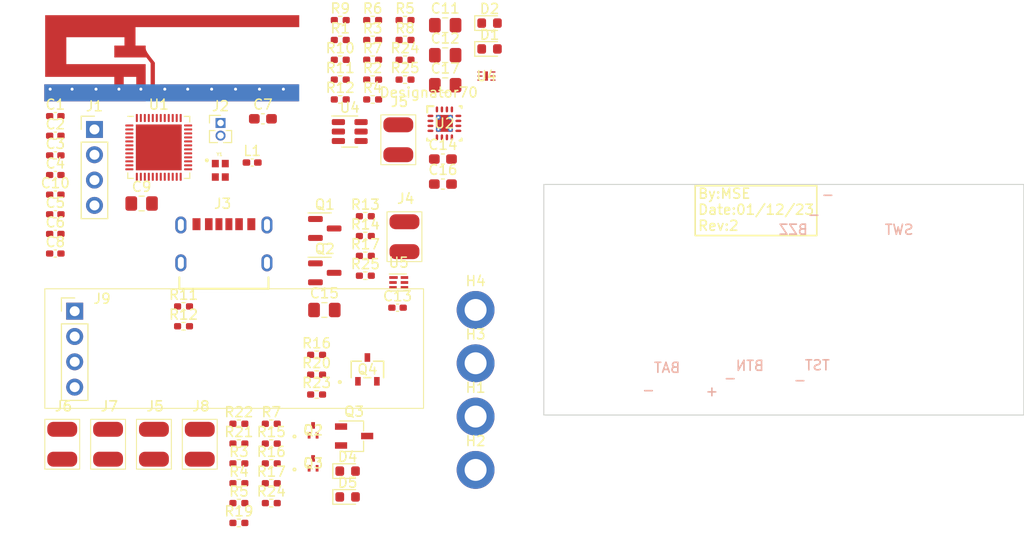
<source format=kicad_pcb>
(kicad_pcb (version 20221018) (generator pcbnew)
  (layers (0 "F.Cu" signal) (1 "In1.Cu" signal) (2 "In2.Cu" signal) (31 "B.Cu" signal) (36 "B.SilkS" user "B.Silkscreen") (37 "F.SilkS" user "F.Silkscreen") (38 "B.Mask" user) (39 "F.Mask" user) (44 "Edge.Cuts" user))
  (net 0 "")
  (net 1 "/Peripherals/DIS_PWR")
  (net 2 "+5V")
  (net 3 "/Power/VBAT")
  (net 4 "Net-(D3-A)")
  (net 5 "Net-(D4-A)")
  (net 6 "/MCU/SWDIO")
  (net 7 "/MCU/SWDCLK")
  (net 8 "Net-(U1-XC1)")
  (net 9 "Net-(U1-XC2)")
  (net 10 "Net-(A1-SIG)")
  (net 11 "VCC")
  (net 12 "Net-(J8-Pin_1)")
  (net 13 "GND")
  (net 14 "Net-(D1-A)")
  (net 15 "Net-(D2-A)")
  (net 16 "DIS_SDA")
  (net 17 "DIS_SCL")
  (net 18 "Net-(U1-DEC1)")
  (net 19 "BUZZ")
  (net 20 "TEST")
  (net 21 "BUTTON")
  (net 22 "SWITCH")
  (net 23 "USER")
  (net 24 "Net-(Q2-G)")
  (net 25 "DIS_EN")
  (net 26 "Net-(U1-DEC2)")
  (net 27 "/MCU/ANT")
  (net 28 "Net-(U1-DEC3)")
  (net 29 "Net-(U1-DEC4)")
  (net 30 "Net-(U5-BAT)")
  (net 31 "/Power/Battery/BAT-")
  (net 32 "/Power/Battery/VBAT")
  (net 33 "/Power/BQ_EN2")
  (net 34 "/Power/BQ_EN1")
  (net 35 "/Power/BQ_ITERM")
  (net 36 "/Power/BQ_TMR")
  (net 37 "/Power/VBAT_TEST")
  (net 38 "/Power/LOW_BAT")
  (net 39 "/MCU/RESET")
  (net 40 "Net-(U4-+)")
  (net 41 "Net-(U4--)")
  (net 42 "CHG_N")
  (net 43 "VDD")
  (net 44 "PGOOD_N")
  (net 45 "Net-(D5-A)")
  (net 46 "Net-(J3-CC1)")
  (net 47 "Net-(J3-CC2)")
  (net 48 "Net-(Q1-G)")
  (net 49 "Net-(Q1-D)")
  (net 50 "Net-(Q3-B)")
  (net 51 "Net-(U2-ILIM)")
  (net 52 "Net-(U2-ISET)")
  (net 53 "Net-(U2-TS)")
  (net 54 "TEST_BAT")
  (net 55 "Net-(U5-V-)")
  (footprint "_Parts:VESM_TOS" (layer "F.Cu") (at 159.4631 140.0581)
    (fp_text reference "Q3" (at 0 0 unlocked) (layer "F.SilkS"))
    (fp_text value "SSM3J35AMFVL3FCT-ND")
    (pad "1" smd rect (at -0.40005 0.4953) (size 0.2794 0.6604) (layers "F.Cu" "F.Paste" "F.Mask") (net 24 "Net-(Q2-G)"))
    (pad "2" smd rect (at 0.40005 0.4953) (size 0.2794 0.6604) (layers "F.Cu" "F.Paste" "F.Mask") (net 25 "DIS_EN"))
    (pad "3" smd rect (at 0 -0.4953) (size 0.381 0.6604) (layers "F.Cu" "F.Paste" "F.Mask") (net 13 "GND"))
  )
  (footprint "Package_TO_SOT_SMD:SOT-23-6" (layer "F.Cu") (at 163.138 106.766)
    (fp_text reference "U4" (at 0 -2.4) (layer "F.SilkS"))
    (fp_text value "MCP65R41")
    (pad "1" smd roundrect (at -1.1375 -0.95) (size 1.325 0.6) (layers "F.Cu" "F.Paste" "F.Mask") (net 38 "/Power/LOW_BAT"))
    (pad "2" smd roundrect (at -1.1375 0) (size 1.325 0.6) (layers "F.Cu" "F.Paste" "F.Mask") (net 13 "GND"))
    (pad "3" smd roundrect (at -1.1375 0.95) (size 1.325 0.6) (layers "F.Cu" "F.Paste" "F.Mask") (net 40 "Net-(U4-+)"))
    (pad "4" smd roundrect (at 1.1375 0.95) (size 1.325 0.6) (layers "F.Cu" "F.Paste" "F.Mask") (net 41 "Net-(U4--)"))
    (pad "5" smd roundrect (at 1.1375 0) (size 1.325 0.6) (layers "F.Cu" "F.Paste" "F.Mask") (net 41 "Net-(U4--)"))
    (pad "6" smd roundrect (at 1.1375 -0.95) (size 1.325 0.6) (layers "F.Cu" "F.Paste" "F.Mask") (net 43 "VDD"))
  )
  (footprint "LED_SMD:LED_0603_1608Metric" (layer "F.Cu") (at 177.168 95.886)
    (fp_text reference "D2" (at 0 -1.43) (layer "F.SilkS"))
    (fp_text value "LED")
    (pad "1" smd roundrect (at -0.7875 0) (size 0.875 0.95) (layers "F.Cu" "F.Paste" "F.Mask") (net 44 "PGOOD_N"))
    (pad "2" smd roundrect (at 0.7875 0) (size 0.875 0.95) (layers "F.Cu" "F.Paste" "F.Mask") (net 15 "Net-(D2-A)"))
  )
  (footprint "_Parts:2pad_conn_sm" (layer "F.Cu") (at 138.893 138.141)
    (fp_text reference "J7" (at 0.127 -3.81 unlocked) (layer "F.SilkS") (effects (font (thickness 0.16))))
    (fp_text value "Conn_01x02_Pin")
    (pad "1" smd roundrect (at 0 -1.5) (size 3 1.5) (layers "F.Cu" "F.Paste" "F.Mask") (roundrect_rratio 0.4) (net 13 "GND"))
    (pad "2" smd roundrect (at 0 1.5) (size 3 1.5) (layers "F.Cu" "F.Paste" "F.Mask") (roundrect_rratio 0.4) (net 21 "BUTTON"))
  )
  (footprint "Resistor_SMD:R_0402_1005Metric_Pad0.72x0.64mm_HandSolder" (layer "F.Cu") (at 152.018 136.086)
    (fp_text reference "R22" (at 0 -1.17) (layer "F.SilkS"))
    (fp_text value "1k")
    (pad "1" smd roundrect (at -0.5975 0) (size 0.715 0.64) (layers "F.Cu" "F.Paste" "F.Mask") (net 11 "VCC"))
    (pad "2" smd roundrect (at 0.5975 0) (size 0.715 0.64) (layers "F.Cu" "F.Paste" "F.Mask") (net 12 "Net-(J8-Pin_1)"))
  )
  (footprint "Resistor_SMD:R_0402_1005Metric_Pad0.72x0.64mm_HandSolder" (layer "F.Cu") (at 162.188 99.566)
    (fp_text reference "R10" (at 0 -1.17) (layer "F.SilkS"))
    (fp_text value "10k")
    (pad "1" smd roundrect (at -0.5975 0) (size 0.715 0.64) (layers "F.Cu" "F.Paste" "F.Mask") (net 53 "Net-(U2-TS)"))
    (pad "2" smd roundrect (at 0.5975 0) (size 0.715 0.64) (layers "F.Cu" "F.Paste" "F.Mask") (net 13 "GND"))
  )
  (footprint "LED_SMD:LED_0603_1608Metric" (layer "F.Cu") (at 162.928 140.836)
    (fp_text reference "D4" (at 0 -1.43) (layer "F.SilkS"))
    (fp_text value "LED")
    (pad "1" smd roundrect (at -0.7875 0) (size 0.875 0.95) (layers "F.Cu" "F.Paste" "F.Mask") (net 13 "GND"))
    (pad "2" smd roundrect (at 0.7875 0) (size 0.875 0.95) (layers "F.Cu" "F.Paste" "F.Mask") (net 5 "Net-(D4-A)"))
  )
  (footprint "Resistor_SMD:R_0402_1005Metric_Pad0.72x0.64mm_HandSolder" (layer "F.Cu") (at 164.705199 119.2414)
    (fp_text reference "R17" (at 0 -1.17) (layer "F.SilkS"))
    (fp_text value "47k")
    (pad "1" smd roundrect (at -0.5975 0) (size 0.715 0.64) (layers "F.Cu" "F.Paste" "F.Mask") (net 54 "TEST_BAT"))
    (pad "2" smd roundrect (at 0.5975 0) (size 0.715 0.64) (layers "F.Cu" "F.Paste" "F.Mask") (net 32 "/Power/Battery/VBAT"))
  )
  (footprint "Capacitor_SMD:C_0402_1005Metric_Pad0.74x0.62mm_HandSolder" (layer "F.Cu") (at 133.598 117.036)
    (fp_text reference "C6" (at 0 -1.16) (layer "F.SilkS"))
    (fp_text value "100pF")
    (pad "1" smd roundrect (at -0.5675 0) (size 0.735 0.62) (layers "F.Cu" "F.Paste" "F.Mask") (net 28 "Net-(U1-DEC3)"))
    (pad "2" smd roundrect (at 0.5675 0) (size 0.735 0.62) (layers "F.Cu" "F.Paste" "F.Mask") (net 13 "GND"))
  )
  (footprint "Resistor_SMD:R_0402_1005Metric_Pad0.72x0.64mm_HandSolder" (layer "F.Cu") (at 164.705199 115.2614)
    (fp_text reference "R13" (at 0 -1.17) (layer "F.SilkS"))
    (fp_text value "47k")
    (pad "1" smd roundrect (at -0.5975 0) (size 0.715 0.64) (layers "F.Cu" "F.Paste" "F.Mask") (net 13 "GND"))
    (pad "2" smd roundrect (at 0.5975 0) (size 0.715 0.64) (layers "F.Cu" "F.Paste" "F.Mask") (net 54 "TEST_BAT"))
  )
  (footprint "Resistor_SMD:R_0402_1005Metric_Pad0.72x0.64mm_HandSolder" (layer "F.Cu") (at 165.438 97.576)
    (fp_text reference "R3" (at 0 -1.17) (layer "F.SilkS"))
    (fp_text value "5.1k")
    (pad "1" smd roundrect (at -0.5975 0) (size 0.715 0.64) (layers "F.Cu" "F.Paste" "F.Mask") (net 13 "GND"))
    (pad "2" smd roundrect (at 0.5975 0) (size 0.715 0.64) (layers "F.Cu" "F.Paste" "F.Mask") (net 46 "Net-(J3-CC1)"))
  )
  (footprint "Resistor_SMD:R_0402_1005Metric_Pad0.72x0.64mm_HandSolder" (layer "F.Cu") (at 165.438 99.566)
    (fp_text reference "R7" (at 0 -1.17) (layer "F.SilkS"))
    (fp_text value "0R")
    (pad "1" smd roundrect (at -0.5975 0) (size 0.715 0.64) (layers "F.Cu" "F.Paste" "F.Mask") (net 33 "/Power/BQ_EN2"))
    (pad "2" smd roundrect (at 0.5975 0) (size 0.715 0.64) (layers "F.Cu" "F.Paste" "F.Mask") (net 11 "VCC"))
  )
  (footprint "_Parts:PG-SOT23-3-5_INF" (layer "F.Cu") (at 164.911999 130.6322)
    (fp_text reference "Q4" (at 0 0 unlocked) (layer "F.SilkS"))
    (fp_text value "BSS806NEH6327XTSA1")
    (pad "1" smd rect (at -0.950001 1.1938) (size 0.5588 0.8636) (layers "F.Cu" "F.Paste" "F.Mask") (net 11 "VCC"))
    (pad "2" smd rect (at 0.950001 1.1938) (size 0.5588 0.8636) (layers "F.Cu" "F.Paste" "F.Mask") (net 25 "DIS_EN"))
    (pad "3" smd rect (at 0 -1.1938) (size 0.5588 0.8636) (layers "F.Cu" "F.Paste" "F.Mask") (net 1 "/Peripherals/DIS_PWR"))
  )
  (footprint "Capacitor_SMD:C_0402_1005Metric_Pad0.74x0.62mm_HandSolder" (layer "F.Cu") (at 133.598 115.066)
    (fp_text reference "C5" (at 0 -1.16) (layer "F.SilkS"))
    (fp_text value "NC")
    (pad "1" smd roundrect (at -0.5675 0) (size 0.735 0.62) (layers "F.Cu" "F.Paste" "F.Mask") (net 26 "Net-(U1-DEC2)"))
    (pad "2" smd roundrect (at 0.5675 0) (size 0.735 0.62) (layers "F.Cu" "F.Paste" "F.Mask") (net 13 "GND"))
  )
  (footprint "Resistor_SMD:R_0402_1005Metric_Pad0.72x0.64mm_HandSolder" (layer "F.Cu") (at 152.018 144.046)
    (fp_text reference "R5" (at 0 -1.17) (layer "F.SilkS"))
    (fp_text value "100k")
    (pad "1" smd roundrect (at -0.5975 0) (size 0.715 0.64) (layers "F.Cu" "F.Paste" "F.Mask") (net 22 "SWITCH"))
    (pad "2" smd roundrect (at 0.5975 0) (size 0.715 0.64) (layers "F.Cu" "F.Paste" "F.Mask") (net 43 "VDD"))
  )
  (footprint "Resistor_SMD:R_0402_1005Metric_Pad0.72x0.64mm_HandSolder" (layer "F.Cu") (at 168.688 97.576)
    (fp_text reference "R8" (at 0 -1.17) (layer "F.SilkS"))
    (fp_text value "0R")
    (pad "1" smd roundrect (at -0.5975 0) (size 0.715 0.64) (layers "F.Cu" "F.Paste" "F.Mask") (net 36 "/Power/BQ_TMR"))
    (pad "2" smd roundrect (at 0.5975 0) (size 0.715 0.64) (layers "F.Cu" "F.Paste" "F.Mask") (net 13 "GND"))
  )
  (footprint "_Parts:GCT_USB4125-GF-A_REVA2" (layer "F.Cu") (at 150.515199 119.1414)
    (fp_text reference "J3" (at -0.125 -5.135) (layer "F.SilkS"))
    (fp_text value "USBC")
    (fp_poly (pts (xy -4.32 -3.85) (xy -4.349 -3.849) (xy -4.377 -3.847) (xy -4.406 -3.843) (xy -4.434 -3.838) (xy -4.462 -3.831) (xy -4.49 -3.823) (xy -4.517 -3.813) (xy -4.544 -3.802) (xy -4.57 -3.79) (xy -4.595 -3.776) (xy -4.62 -3.761) (xy -4.643 -3.745) (xy -4.666 -3.727) (xy -4.688 -3.709) (xy -4.709 -3.689) (xy -4.729 -3.668) (xy -4.747 -3.646) (xy -4.765 -3.623) (xy -4.781 -3.6) (xy -4.796 -3.575) (xy -4.81 -3.55) (xy -4.822 -3.524) (xy -4.833 -3.497) (xy -4.843 -3.47) (xy -4.851 -3.442) (xy -4.858 -3.414) (xy -4.863 -3.386) (xy -4.867 -3.357) (xy -4.869 -3.329) (xy -4.87 -3.3) (xy -4.87 -2.7) (xy -4.869 -2.671) (xy -4.867 -2.643) (xy -4.863 -2.614) (xy -4.858 -2.586) (xy -4.851 -2.558) (xy -4.843 -2.53) (xy -4.833 -2.503) (xy -4.822 -2.476) (xy -4.81 -2.45) (xy -4.796 -2.425) (xy -4.781 -2.4) (xy -4.765 -2.377) (xy -4.747 -2.354) (xy -4.729 -2.332) (xy -4.709 -2.311) (xy -4.688 -2.291) (xy -4.666 -2.273) (xy -4.643 -2.255) (xy -4.62 -2.239) (xy -4.595 -2.224) (xy -4.57 -2.21) (xy -4.544 -2.198) (xy -4.517 -2.187) (xy -4.49 -2.177) (xy -4.462 -2.169) (xy -4.434 -2.162) (xy -4.406 -2.157) (xy -4.377 -2.153) (xy -4.349 -2.151) (xy -4.32 -2.15) (xy -4.291 -2.151) (xy -4.263 -2.153) (xy -4.234 -2.157) (xy -4.206 -2.162) (xy -4.178 -2.169) (xy -4.15 -2.177) (xy -4.123 -2.187) (xy -4.096 -2.198) (xy -4.07 -2.21) (xy -4.045 -2.224) (xy -4.02 -2.239) (xy -3.997 -2.255) (xy -3.974 -2.273) (xy -3.952 -2.291) (xy -3.931 -2.311) (xy -3.911 -2.332) (xy -3.893 -2.354) (xy -3.875 -2.377) (xy -3.859 -2.4) (xy -3.844 -2.425) (xy -3.83 -2.45) (xy -3.818 -2.476) (xy -3.807 -2.503) (xy -3.797 -2.53) (xy -3.789 -2.558) (xy -3.782 -2.586) (xy -3.777 -2.614) (xy -3.773 -2.643) (xy -3.771 -2.671) (xy -3.77 -2.7) (xy -3.77 -3.3) (xy -3.771 -3.329) (xy -3.773 -3.357) (xy -3.777 -3.386) (xy -3.782 -3.414) (xy -3.789 -3.442) (xy -3.797 -3.47) (xy -3.807 -3.497) (xy -3.818 -3.524) (xy -3.83 -3.55) (xy -3.844 -3.575) (xy -3.859 -3.6) (xy -3.875 -3.623) (xy -3.893 -3.646) (xy -3.911 -3.668) (xy -3.931 -3.689) (xy -3.952 -3.709) (xy -3.974 -3.727) (xy -3.997 -3.745) (xy -4.02 -3.761) (xy -4.045 -3.776) (xy -4.07 -3.79) (xy -4.096 -3.802) (xy -4.123 -3.813) (xy -4.15 -3.823) (xy -4.178 -3.831) (xy -4.206 -3.838) (xy -4.234 -3.843) (xy -4.263 -3.847) (xy -4.291 -3.849) (xy -4.32 -3.85)) (stroke (width 0.01)) (fill solid) (layer "F.Cu"))
    (fp_poly (pts (xy -4.32 -0.05) (xy -4.349 -0.049) (xy -4.377 -0.047) (xy -4.406 -0.043) (xy -4.434 -0.038) (xy -4.462 -0.031) (xy -4.49 -0.023) (xy -4.517 -0.013) (xy -4.544 -0.002) (xy -4.57 0.01) (xy -4.595 0.024) (xy -4.62 0.039) (xy -4.643 0.055) (xy -4.666 0.073) (xy -4.688 0.091) (xy -4.709 0.111) (xy -4.729 0.132) (xy -4.747 0.154) (xy -4.765 0.177) (xy -4.781 0.2) (xy -4.796 0.225) (xy -4.81 0.25) (xy -4.822 0.276) (xy -4.833 0.303) (xy -4.843 0.33) (xy -4.851 0.358) (xy -4.858 0.386) (xy -4.863 0.414) (xy -4.867 0.443) (xy -4.869 0.471) (xy -4.87 0.5) (xy -4.87 1.1) (xy -4.869 1.129) (xy -4.867 1.157) (xy -4.863 1.186) (xy -4.858 1.214) (xy -4.851 1.242) (xy -4.843 1.27) (xy -4.833 1.297) (xy -4.822 1.324) (xy -4.81 1.35) (xy -4.796 1.375) (xy -4.781 1.4) (xy -4.765 1.423) (xy -4.747 1.446) (xy -4.729 1.468) (xy -4.709 1.489) (xy -4.688 1.509) (xy -4.666 1.527) (xy -4.643 1.545) (xy -4.62 1.561) (xy -4.595 1.576) (xy -4.57 1.59) (xy -4.544 1.602) (xy -4.517 1.613) (xy -4.49 1.623) (xy -4.462 1.631) (xy -4.434 1.638) (xy -4.406 1.643) (xy -4.377 1.647) (xy -4.349 1.649) (xy -4.32 1.65) (xy -4.291 1.649) (xy -4.263 1.647) (xy -4.234 1.643) (xy -4.206 1.638) (xy -4.178 1.631) (xy -4.15 1.623) (xy -4.123 1.613) (xy -4.096 1.602) (xy -4.07 1.59) (xy -4.045 1.576) (xy -4.02 1.561) (xy -3.997 1.545) (xy -3.974 1.527) (xy -3.952 1.509) (xy -3.931 1.489) (xy -3.911 1.468) (xy -3.893 1.446) (xy -3.875 1.423) (xy -3.859 1.4) (xy -3.844 1.375) (xy -3.83 1.35) (xy -3.818 1.324) (xy -3.807 1.297) (xy -3.797 1.27) (xy -3.789 1.242) (xy -3.782 1.214) (xy -3.777 1.186) (xy -3.773 1.157) (xy -3.771 1.129) (xy -3.77 1.1) (xy -3.77 0.5) (xy -3.771 0.471) (xy -3.773 0.443) (xy -3.777 0.414) (xy -3.782 0.386) (xy -3.789 0.358) (xy -3.797 0.33) (xy -3.807 0.303) (xy -3.818 0.276) (xy -3.83 0.25) (xy -3.844 0.225) (xy -3.859 0.2) (xy -3.875 0.177) (xy -3.893 0.154) (xy -3.911 0.132) (xy -3.931 0.111) (xy -3.952 0.091) (xy -3.974 0.073) (xy -3.997 0.055) (xy -4.02 0.039) (xy -4.045 0.024) (xy -4.07 0.01) (xy -4.096 -0.002) (xy -4.123 -0.013) (xy -4.15 -0.023) (xy -4.178 -0.031) (xy -4.206 -0.038) (xy -4.234 -0.043) (xy -4.263 -0.047) (xy -4.291 -0.049) (xy -4.32 -0.05)) (stroke (width 0.01)) (fill solid) (layer "F.Cu"))
    (fp_poly (pts (xy 4.32 -3.85) (xy 4.291 -3.849) (xy 4.263 -3.847) (xy 4.234 -3.843) (xy 4.206 -3.838) (xy 4.178 -3.831) (xy 4.15 -3.823) (xy 4.123 -3.813) (xy 4.096 -3.802) (xy 4.07 -3.79) (xy 4.045 -3.776) (xy 4.02 -3.761) (xy 3.997 -3.745) (xy 3.974 -3.727) (xy 3.952 -3.709) (xy 3.931 -3.689) (xy 3.911 -3.668) (xy 3.893 -3.646) (xy 3.875 -3.623) (xy 3.859 -3.6) (xy 3.844 -3.575) (xy 3.83 -3.55) (xy 3.818 -3.524) (xy 3.807 -3.497) (xy 3.797 -3.47) (xy 3.789 -3.442) (xy 3.782 -3.414) (xy 3.777 -3.386) (xy 3.773 -3.357) (xy 3.771 -3.329) (xy 3.77 -3.3) (xy 3.77 -2.7) (xy 3.771 -2.671) (xy 3.773 -2.643) (xy 3.777 -2.614) (xy 3.782 -2.586) (xy 3.789 -2.558) (xy 3.797 -2.53) (xy 3.807 -2.503) (xy 3.818 -2.476) (xy 3.83 -2.45) (xy 3.844 -2.425) (xy 3.859 -2.4) (xy 3.875 -2.377) (xy 3.893 -2.354) (xy 3.911 -2.332) (xy 3.931 -2.311) (xy 3.952 -2.291) (xy 3.974 -2.273) (xy 3.997 -2.255) (xy 4.02 -2.239) (xy 4.045 -2.224) (xy 4.07 -2.21) (xy 4.096 -2.198) (xy 4.123 -2.187) (xy 4.15 -2.177) (xy 4.178 -2.169) (xy 4.206 -2.162) (xy 4.234 -2.157) (xy 4.263 -2.153) (xy 4.291 -2.151) (xy 4.32 -2.15) (xy 4.349 -2.151) (xy 4.377 -2.153) (xy 4.406 -2.157) (xy 4.434 -2.162) (xy 4.462 -2.169) (xy 4.49 -2.177) (xy 4.517 -2.187) (xy 4.544 -2.198) (xy 4.57 -2.21) (xy 4.595 -2.224) (xy 4.62 -2.239) (xy 4.643 -2.255) (xy 4.666 -2.273) (xy 4.688 -2.291) (xy 4.709 -2.311) (xy 4.729 -2.332) (xy 4.747 -2.354) (xy 4.765 -2.377) (xy 4.781 -2.4) (xy 4.796 -2.425) (xy 4.81 -2.45) (xy 4.822 -2.476) (xy 4.833 -2.503) (xy 4.843 -2.53) (xy 4.851 -2.558) (xy 4.858 -2.586) (xy 4.863 -2.614) (xy 4.867 -2.643) (xy 4.869 -2.671) (xy 4.87 -2.7) (xy 4.87 -3.3) (xy 4.869 -3.329) (xy 4.867 -3.357) (xy 4.863 -3.386) (xy 4.858 -3.414) (xy 4.851 -3.442) (xy 4.843 -3.47) (xy 4.833 -3.497) (xy 4.822 -3.524) (xy 4.81 -3.55) (xy 4.796 -3.575) (xy 4.781 -3.6) (xy 4.765 -3.623) (xy 4.747 -3.646) (xy 4.729 -3.668) (xy 4.709 -3.689) (xy 4.688 -3.709) (xy 4.666 -3.727) (xy 4.643 -3.745) (xy 4.62 -3.761) (xy 4.595 -3.776) (xy 4.57 -3.79) (xy 4.544 -3.802) (xy 4.517 -3.813) (xy 4.49 -3.823) (xy 4.462 -3.831) (xy 4.434 -3.838) (xy 4.406 -3.843) (xy 4.377 -3.847) (xy 4.349 -3.849) (xy 4.32 -3.85)) (stroke (width 0.01)) (fill solid) (layer "F.Cu"))
    (fp_poly (pts (xy 4.32 -0.05) (xy 4.291 -0.049) (xy 4.263 -0.047) (xy 4.234 -0.043) (xy 4.206 -0.038) (xy 4.178 -0.031) (xy 4.15 -0.023) (xy 4.123 -0.013) (xy 4.096 -0.002) (xy 4.07 0.01) (xy 4.045 0.024) (xy 4.02 0.039) (xy 3.997 0.055) (xy 3.974 0.073) (xy 3.952 0.091) (xy 3.931 0.111) (xy 3.911 0.132) (xy 3.893 0.154) (xy 3.875 0.177) (xy 3.859 0.2) (xy 3.844 0.225) (xy 3.83 0.25) (xy 3.818 0.276) (xy 3.807 0.303) (xy 3.797 0.33) (xy 3.789 0.358) (xy 3.782 0.386) (xy 3.777 0.414) (xy 3.773 0.443) (xy 3.771 0.471) (xy 3.77 0.5) (xy 3.77 1.1) (xy 3.771 1.129) (xy 3.773 1.157) (xy 3.777 1.186) (xy 3.782 1.214) (xy 3.789 1.242) (xy 3.797 1.27) (xy 3.807 1.297) (xy 3.818 1.324) (xy 3.83 1.35) (xy 3.844 1.375) (xy 3.859 1.4) (xy 3.875 1.423) (xy 3.893 1.446) (xy 3.911 1.468) (xy 3.931 1.489) (xy 3.952 1.509) (xy 3.974 1.527) (xy 3.997 1.545) (xy 4.02 1.561) (xy 4.045 1.576) (xy 4.07 1.59) (xy 4.096 1.602) (xy 4.123 1.613) (xy 4.15 1.623) (xy 4.178 1.631) (xy 4.206 1.638) (xy 4.234 1.643) (xy 4.263 1.647) (xy 4.291 1.649) (xy 4.32 1.65) (xy 4.349 1.649) (xy 4.377 1.647) (xy 4.406 1.643) (xy 4.434 1.638) (xy 4.462 1.631) (xy 4.49 1.623) (xy 4.517 1.613) (xy 4.544 1.602) (xy 4.57 1.59) (xy 4.595 1.576) (xy 4.62 1.561) (xy 4.643 1.545) (xy 4.666 1.527) (xy 4.688 1.509) (xy 4.709 1.489) (xy 4.729 1.468) (xy 4.747 1.446) (xy 4.765 1.423) (xy 4.781 1.4) (xy 4.796 1.375) (xy 4.81 1.35) (xy 4.822 1.324) (xy 4.833 1.297) (xy 4.843 1.27) (xy 4.851 1.242) (xy 4.858 1.214) (xy 4.863 1.186) (xy 4.867 1.157) (xy 4.869 1.129) (xy 4.87 1.1) (xy 4.87 0.5) (xy 4.869 0.471) (xy 4.867 0.443) (xy 4.863 0.414) (xy 4.858 0.386) (xy 4.851 0.358) (xy 4.843 0.33) (xy 4.833 0.303) (xy 4.822 0.276) (xy 4.81 0.25) (xy 4.796 0.225) (xy 4.781 0.2) (xy 4.765 0.177) (xy 4.747 0.154) (xy 4.729 0.132) (xy 4.709 0.111) (xy 4.688 0.091) (xy 4.666 0.073) (xy 4.643 0.055) (xy 4.62 0.039) (xy 4.595 0.024) (xy 4.57 0.01) (xy 4.544 -0.002) (xy 4.517 -0.013) (xy 4.49 -0.023) (xy 4.462 -0.031) (xy 4.434 -0.038) (xy 4.406 -0.043) (xy 4.377 -0.047) (xy 4.349 -0.049) (xy 4.32 -0.05)) (stroke (width 0.01)) (fill solid) (layer "F.Cu"))
    (fp_poly (pts (xy -4.32 -3.85) (xy -4.349 -3.849) (xy -4.377 -3.847) (xy -4.406 -3.843) (xy -4.434 -3.838) (xy -4.462 -3.831) (xy -4.49 -3.823) (xy -4.517 -3.813) (xy -4.544 -3.802) (xy -4.57 -3.79) (xy -4.595 -3.776) (xy -4.62 -3.761) (xy -4.643 -3.745) (xy -4.666 -3.727) (xy -4.688 -3.709) (xy -4.709 -3.689) (xy -4.729 -3.668) (xy -4.747 -3.646) (xy -4.765 -3.623) (xy -4.781 -3.6) (xy -4.796 -3.575) (xy -4.81 -3.55) (xy -4.822 -3.524) (xy -4.833 -3.497) (xy -4.843 -3.47) (xy -4.851 -3.442) (xy -4.858 -3.414) (xy -4.863 -3.386) (xy -4.867 -3.357) (xy -4.869 -3.329) (xy -4.87 -3.3) (xy -4.87 -2.7) (xy -4.869 -2.671) (xy -4.867 -2.643) (xy -4.863 -2.614) (xy -4.858 -2.586) (xy -4.851 -2.558) (xy -4.843 -2.53) (xy -4.833 -2.503) (xy -4.822 -2.476) (xy -4.81 -2.45) (xy -4.796 -2.425) (xy -4.781 -2.4) (xy -4.765 -2.377) (xy -4.747 -2.354) (xy -4.729 -2.332) (xy -4.709 -2.311) (xy -4.688 -2.291) (xy -4.666 -2.273) (xy -4.643 -2.255) (xy -4.62 -2.239) (xy -4.595 -2.224) (xy -4.57 -2.21) (xy -4.544 -2.198) (xy -4.517 -2.187) (xy -4.49 -2.177) (xy -4.462 -2.169) (xy -4.434 -2.162) (xy -4.406 -2.157) (xy -4.377 -2.153) (xy -4.349 -2.151) (xy -4.32 -2.15) (xy -4.291 -2.151) (xy -4.263 -2.153) (xy -4.234 -2.157) (xy -4.206 -2.162) (xy -4.178 -2.169) (xy -4.15 -2.177) (xy -4.123 -2.187) (xy -4.096 -2.198) (xy -4.07 -2.21) (xy -4.045 -2.224) (xy -4.02 -2.239) (xy -3.997 -2.255) (xy -3.974 -2.273) (xy -3.952 -2.291) (xy -3.931 -2.311) (xy -3.911 -2.332) (xy -3.893 -2.354) (xy -3.875 -2.377) (xy -3.859 -2.4) (xy -3.844 -2.425) (xy -3.83 -2.45) (xy -3.818 -2.476) (xy -3.807 -2.503) (xy -3.797 -2.53) (xy -3.789 -2.558) (xy -3.782 -2.586) (xy -3.777 -2.614) (xy -3.773 -2.643) (xy -3.771 -2.671) (xy -3.77 -2.7) (xy -3.77 -3.3) (xy -3.771 -3.329) (xy -3.773 -3.357) (xy -3.777 -3.386) (xy -3.782 -3.414) (xy -3.789 -3.442) (xy -3.797 -3.47) (xy -3.807 -3.497) (xy -3.818 -3.524) (xy -3.83 -3.55) (xy -3.844 -3.575) (xy -3.859 -3.6) (xy -3.875 -3.623) (xy -3.893 -3.646) (xy -3.911 -3.668) (xy -3.931 -3.689) (xy -3.952 -3.709) (xy -3.974 -3.727) (xy -3.997 -3.745) (xy -4.02 -3.761) (xy -4.045 -3.776) (xy -4.07 -3.79) (xy -4.096 -3.802) (xy -4.123 -3.813) (xy -4.15 -3.823) (xy -4.178 -3.831) (xy -4.206 -3.838) (xy -4.234 -3.843) (xy -4.263 -3.847) (xy -4.291 -3.849) (xy -4.32 -3.85)) (stroke (width 0.01)) (fill solid) (layer "B.Cu"))
    (fp_poly (pts (xy -4.32 -0.05) (xy -4.349 -0.049) (xy -4.377 -0.047) (xy -4.406 -0.043) (xy -4.434 -0.038) (xy -4.462 -0.031) (xy -4.49 -0.023) (xy -4.517 -0.013) (xy -4.544 -0.002) (xy -4.57 0.01) (xy -4.595 0.024) (xy -4.62 0.039) (xy -4.643 0.055) (xy -4.666 0.073) (xy -4.688 0.091) (xy -4.709 0.111) (xy -4.729 0.132) (xy -4.747 0.154) (xy -4.765 0.177) (xy -4.781 0.2) (xy -4.796 0.225) (xy -4.81 0.25) (xy -4.822 0.276) (xy -4.833 0.303) (xy -4.843 0.33) (xy -4.851 0.358) (xy -4.858 0.386) (xy -4.863 0.414) (xy -4.867 0.443) (xy -4.869 0.471) (xy -4.87 0.5) (xy -4.87 1.1) (xy -4.869 1.129) (xy -4.867 1.157) (xy -4.863 1.186) (xy -4.858 1.214) (xy -4.851 1.242) (xy -4.843 1.27) (xy -4.833 1.297) (xy -4.822 1.324) (xy -4.81 1.35) (xy -4.796 1.375) (xy -4.781 1.4) (xy -4.765 1.423) (xy -4.747 1.446) (xy -4.729 1.468) (xy -4.709 1.489) (xy -4.688 1.509) (xy -4.666 1.527) (xy -4.643 1.545) (xy -4.62 1.561) (xy -4.595 1.576) (xy -4.57 1.59) (xy -4.544 1.602) (xy -4.517 1.613) (xy -4.49 1.623) (xy -4.462 1.631) (xy -4.434 1.638) (xy -4.406 1.643) (xy -4.377 1.647) (xy -4.349 1.649) (xy -4.32 1.65) (xy -4.291 1.649) (xy -4.263 1.647) (xy -4.234 1.643) (xy -4.206 1.638) (xy -4.178 1.631) (xy -4.15 1.623) (xy -4.123 1.613) (xy -4.096 1.602) (xy -4.07 1.59) (xy -4.045 1.576) (xy -4.02 1.561) (xy -3.997 1.545) (xy -3.974 1.527) (xy -3.952 1.509) (xy -3.931 1.489) (xy -3.911 1.468) (xy -3.893 1.446) (xy -3.875 1.423) (xy -3.859 1.4) (xy -3.844 1.375) (xy -3.83 1.35) (xy -3.818 1.324) (xy -3.807 1.297) (xy -3.797 1.27) (xy -3.789 1.242) (xy -3.782 1.214) (xy -3.777 1.186) (xy -3.773 1.157) (xy -3.771 1.129) (xy -3.77 1.1) (xy -3.77 0.5) (xy -3.771 0.471) (xy -3.773 0.443) (xy -3.777 0.414) (xy -3.782 0.386) (xy -3.789 0.358) (xy -3.797 0.33) (xy -3.807 0.303) (xy -3.818 0.276) (xy -3.83 0.25) (xy -3.844 0.225) (xy -3.859 0.2) (xy -3.875 0.177) (xy -3.893 0.154) (xy -3.911 0.132) (xy -3.931 0.111) (xy -3.952 0.091) (xy -3.974 0.073) (xy -3.997 0.055) (xy -4.02 0.039) (xy -4.045 0.024) (xy -4.07 0.01) (xy -4.096 -0.002) (xy -4.123 -0.013) (xy -4.15 -0.023) (xy -4.178 -0.031) (xy -4.206 -0.038) (xy -4.234 -0.043) (xy -4.263 -0.047) (xy -4.291 -0.049) (xy -4.32 -0.05)) (stroke (width 0.01)) (fill solid) (layer "B.Cu"))
    (fp_poly (pts (xy 4.32 -3.85) (xy 4.291 -3.849) (xy 4.263 -3.847) (xy 4.234 -3.843) (xy 4.206 -3.838) (xy 4.178 -3.831) (xy 4.15 -3.823) (xy 4.123 -3.813) (xy 4.096 -3.802) (xy 4.07 -3.79) (xy 4.045 -3.776) (xy 4.02 -3.761) (xy 3.997 -3.745) (xy 3.974 -3.727) (xy 3.952 -3.709) (xy 3.931 -3.689) (xy 3.911 -3.668) (xy 3.893 -3.646) (xy 3.875 -3.623) (xy 3.859 -3.6) (xy 3.844 -3.575) (xy 3.83 -3.55) (xy 3.818 -3.524) (xy 3.807 -3.497) (xy 3.797 -3.47) (xy 3.789 -3.442) (xy 3.782 -3.414) (xy 3.777 -3.386) (xy 3.773 -3.357) (xy 3.771 -3.329) (xy 3.77 -3.3) (xy 3.77 -2.7) (xy 3.771 -2.671) (xy 3.773 -2.643) (xy 3.777 -2.614) (xy 3.782 -2.586) (xy 3.789 -2.558) (xy 3.797 -2.53) (xy 3.807 -2.503) (xy 3.818 -2.476) (xy 3.83 -2.45) (xy 3.844 -2.425) (xy 3.859 -2.4) (xy 3.875 -2.377) (xy 3.893 -2.354) (xy 3.911 -2.332) (xy 3.931 -2.311) (xy 3.952 -2.291) (xy 3.974 -2.273) (xy 3.997 -2.255) (xy 4.02 -2.239) (xy 4.045 -2.224) (xy 4.07 -2.21) (xy 4.096 -2.198) (xy 4.123 -2.187) (xy 4.15 -2.177) (xy 4.178 -2.169) (xy 4.206 -2.162) (xy 4.234 -2.157) (xy 4.263 -2.153) (xy 4.291 -2.151) (xy 4.32 -2.15) (xy 4.349 -2.151) (xy 4.377 -2.153) (xy 4.406 -2.157) (xy 4.434 -2.162) (xy 4.462 -2.169) (xy 4.49 -2.177) (xy 4.517 -2.187) (xy 4.544 -2.198) (xy 4.57 -2.21) (xy 4.595 -2.224) (xy 4.62 -2.239) (xy 4.643 -2.255) (xy 4.666 -2.273) (xy 4.688 -2.291) (xy 4.709 -2.311) (xy 4.729 -2.332) (xy 4.747 -2.354) (xy 4.765 -2.377) (xy 4.781 -2.4) (xy 4.796 -2.425) (xy 4.81 -2.45) (xy 4.822 -2.476) (xy 4.833 -2.503) (xy 4.843 -2.53) (xy 4.851 -2.558) (xy 4.858 -2.586) (xy 4.863 -2.614) (xy 4.867 -2.643) (xy 4.869 -2.671) (xy 4.87 -2.7) (xy 4.87 -3.3) (xy 4.869 -3.329) (xy 4.867 -3.357) (xy 4.863 -3.386) (xy 4.858 -3.414) (xy 4.851 -3.442) (xy 4.843 -3.47) (xy 4.833 -3.497) (xy 4.822 -3.524) (xy 4.81 -3.55) (xy 4.796 -3.575) (xy 4.781 -3.6) (xy 4.765 -3.623) (xy 4.747 -3.646) (xy 4.729 -3.668) (xy 4.709 -3.689) (xy 4.688 -3.709) (xy 4.666 -3.727) (xy 4.643 -3.745) (xy 4.62 -3.761) (xy 4.595 -3.776) (xy 4.57 -3.79) (xy 4.544 -3.802) (xy 4.517 -3.813) (xy 4.49 -3.823) (xy 4.462 -3.831) (xy 4.434 -3.838) (xy 4.406 -3.843) (xy 4.377 -3.847) (xy 4.349 -3.849) (xy 4.32 -3.85)) (stroke (width 0.01)) (fill solid) (layer "B.Cu"))
    (fp_poly (pts (xy 4.32 -0.05) (xy 4.291 -0.049) (xy 4.263 -0.047) (xy 4.234 -0.043) (xy 4.206 -0.038) (xy 4.178 -0.031) (xy 4.15 -0.023) (xy 4.123 -0.013) (xy 4.096 -0.002) (xy 4.07 0.01) (xy 4.045 0.024) (xy 4.02 0.039) (xy 3.997 0.055) (xy 3.974 0.073) (xy 3.952 0.091) (xy 3.931 0.111) (xy 3.911 0.132) (xy 3.893 0.154) (xy 3.875 0.177) (xy 3.859 0.2) (xy 3.844 0.225) (xy 3.83 0.25) (xy 3.818 0.276) (xy 3.807 0.303) (xy 3.797 0.33) (xy 3.789 0.358) (xy 3.782 0.386) (xy 3.777 0.414) (xy 3.773 0.443) (xy 3.771 0.471) (xy 3.77 0.5) (xy 3.77 1.1) (xy 3.771 1.129) (xy 3.773 1.157) (xy 3.777 1.186) (xy 3.782 1.214) (xy 3.789 1.242) (xy 3.797 1.27) (xy 3.807 1.297) (xy 3.818 1.324) (xy 3.83 1.35) (xy 3.844 1.375) (xy 3.859 1.4) (xy 3.875 1.423) (xy 3.893 1.446) (xy 3.911 1.468) (xy 3.931 1.489) (xy 3.952 1.509) (xy 3.974 1.527) (xy 3.997 1.545) (xy 4.02 1.561) (xy 4.045 1.576) (xy 4.07 1.59) (xy 4.096 1.602) (xy 4.123 1.613) (xy 4.15 1.623) (xy 4.178 1.631) (xy 4.206 1.638) (xy 4.234 1.643) (xy 4.263 1.647) (xy 4.291 1.649) (xy 4.32 1.65) (xy 4.349 1.649) (xy 4.377 1.647) (xy 4.406 1.643) (xy 4.434 1.638) (xy 4.462 1.631) (xy 4.49 1.623) (xy 4.517 1.613) (xy 4.544 1.602) (xy 4.57 1.59) (xy 4.595 1.576) (xy 4.62 1.561) (xy 4.643 1.545) (xy 4.666 1.527) (xy 4.688 1.509) (xy 4.709 1.489) (xy 4.729 1.468) (xy 4.747 1.446) (xy 4.765 1.423) (xy 4.781 1.4) (xy 4.796 1.375) (xy 4.81 1.35) (xy 4.822 1.324) (xy 4.833 1.297) (xy 4.843 1.27) (xy 4.851 1.242) (xy 4.858 1.214) (xy 4.863 1.186) (xy 4.867 1.157) (xy 4.869 1.129) (xy 4.87 1.1) (xy 4.87 0.5) (xy 4.869 0.471) (xy 4.867 0.443) (xy 4.863 0.414) (xy 4.858 0.386) (xy 4.851 0.358) (xy 4.843 0.33) (xy 4.833 0.303) (xy 4.822 0.276) (xy 4.81 0.25) (xy 4.796 0.225) (xy 4.781 0.2) (xy 4.765 0.177) (xy 4.747 0.154) (xy 4.729 0.132) (xy 4.709 0.111) (xy 4.688 0.091) (xy 4.666 0.073) (xy 4.643 0.055) (xy 4.62 0.039) (xy 4.595 0.024) (xy 4.57 0.01) (xy 4.544 -0.002) (xy 4.517 -0.013) (xy 4.49 -0.023) (xy 4.462 -0.031) (xy 4.434 -0.038) (xy 4.406 -0.043) (xy 4.377 -0.047) (xy 4.349 -0.049) (xy 4.32 -0.05)) (stroke (width 0.01)) (fill solid) (layer "B.Cu"))
    (pad "A5" smd rect (at -0.5 -3.08) (size 0.7 1.2) (layers "F.Cu" "F.Paste" "F.Mask") (net 46 "Net-(J3-CC1)"))
    (pad "A9" smd rect (at 1.52 -3.08) (size 0.76 1.2) (layers "F.Cu" "F.Paste" "F.Mask") (net 2 "+5V"))
    (pad "A12" smd rect (at 2.75 -3.08) (size 0.8 1.2) (layers "F.Cu" "F.Paste" "F.Mask") (net 13 "GND"))
    (pad "B5" smd rect (at 0.5 -3.08) (size 0.7 1.2) (layers "F.Cu" "F.Paste" "F.Mask") (net 47 "Net-(J3-CC2)"))
    (pad "B9" smd rect (at -1.52 -3.08) (size 0.76 1.2) (layers "F.Cu" "F.Paste" "F.Mask") (net 2 "+5V"))
    (pad "B12" smd rect (at -2.75 -3.08) (size 0.8 1.2) (layers "F.Cu" "F.Paste" "F.Mask") (net 13 "GND"))
    (pad "S1" thru_hole oval (at -4.32 -3) (size 0.8 1.6) (drill oval 0.6 1.2) (layers "*.Cu") (net 13 "GND"))
    (pad "S2" thru_hole oval (at 4.32 -3) (size 0.8 1.6) (drill oval 0.6 1.2) (layers "*.Cu") (net 13 "GND"))
    (pad "S3" thru_hole oval (at -4.32 0.8) (size 0.8 1.6) (drill oval 0.6 1.2) (layers "*.Cu") (net 13 "GND"))
    (pad "S4" thru_hole oval (at 4.32 0.8) (size 0.8 1.6) (drill oval 0.6 1.2) (layers "*.Cu") (net 13 "GND"))
  )
  (footprint "Capacitor_SMD:C_0402_1005Metric_Pad0.74x0.62mm_HandSolder" (layer "F.Cu") (at 133.598 119.006)
    (fp_text reference "C8" (at 0 -1.16) (layer "F.SilkS"))
    (fp_text value "100nF")
    (pad "1" smd roundrect (at -0.5675 0) (size 0.735 0.62) (layers "F.Cu" "F.Paste" "F.Mask") (net 13 "GND"))
    (pad "2" smd roundrect (at 0.5675 0) (size 0.735 0.62) (layers "F.Cu" "F.Paste" "F.Mask") (net 43 "VDD"))
  )
  (footprint "Resistor_SMD:R_0402_1005Metric_Pad0.72x0.64mm_HandSolder" (layer "F.Cu") (at 155.268 136.086)
    (fp_text reference "R7" (at 0 -1.17) (layer "F.SilkS"))
    (fp_text value "1k")
    (pad "1" smd roundrect (at -0.5975 0) (size 0.715 0.64) (layers "F.Cu" "F.Paste" "F.Mask") (net 23 "USER"))
    (pad "2" smd roundrect (at 0.5975 0) (size 0.715 0.64) (layers "F.Cu" "F.Paste" "F.Mask") (net 15 "Net-(D2-A)"))
  )
  (footprint "Resistor_SMD:R_0402_1005Metric_Pad0.72x0.64mm_HandSolder" (layer "F.Cu") (at 168.688 101.556)
    (fp_text reference "R25" (at 0 -1.17) (layer "F.SilkS"))
    (fp_text value "1M")
    (pad "1" smd roundrect (at -0.5975 0) (size 0.715 0.64) (layers "F.Cu" "F.Paste" "F.Mask") (net 37 "/Power/VBAT_TEST"))
    (pad "2" smd roundrect (at 0.5975 0) (size 0.715 0.64) (layers "F.Cu" "F.Paste" "F.Mask") (net 13 "GND"))
  )
  (footprint "Capacitor_SMD:C_0402_1005Metric_Pad0.74x0.62mm_HandSolder" (layer "F.Cu") (at 133.598 105.216)
    (fp_text reference "C1" (at 0 -1.16) (layer "F.SilkS"))
    (fp_text value "10pF")
    (pad "1" smd roundrect (at -0.5675 0) (size 0.735 0.62) (layers "F.Cu" "F.Paste" "F.Mask") (net 8 "Net-(U1-XC1)"))
    (pad "2" smd roundrect (at 0.5675 0) (size 0.735 0.62) (layers "F.Cu" "F.Paste" "F.Mask") (net 13 "GND"))
  )
  (footprint "Resistor_SMD:R_0402_1005Metric_Pad0.72x0.64mm_HandSolder" (layer "F.Cu") (at 165.438 101.556)
    (fp_text reference "R2" (at 0 -1.17) (layer "F.SilkS"))
    (fp_text value "0R")
    (pad "1" smd roundrect (at -0.5975 0) (size 0.715 0.64) (layers "F.Cu" "F.Paste" "F.Mask") (net 13 "GND"))
    (pad "2" smd roundrect (at 0.5975 0) (size 0.715 0.64) (layers "F.Cu" "F.Paste" "F.Mask") (net 34 "/Power/BQ_EN1"))
  )
  (footprint "LED_SMD:LED_0603_1608Metric" (layer "F.Cu") (at 162.928 143.426)
    (fp_text reference "D5" (at 0 -1.43) (layer "F.SilkS"))
    (fp_text value "LED")
    (pad "1" smd roundrect (at -0.7875 0) (size 0.875 0.95) (layers "F.Cu" "F.Paste" "F.Mask") (net 13 "GND"))
    (pad "2" smd roundrect (at 0.7875 0) (size 0.875 0.95) (layers "F.Cu" "F.Paste" "F.Mask") (net 45 "Net-(D5-A)"))
  )
  (footprint "Resistor_SMD:R_0402_1005Metric_Pad0.72x0.64mm_HandSolder" (layer "F.Cu") (at 152.018 140.066)
    (fp_text reference "R3" (at 0 -1.17) (layer "F.SilkS"))
    (fp_text value "100k")
    (pad "1" smd roundrect (at -0.5975 0) (size 0.715 0.64) (layers "F.Cu" "F.Paste" "F.Mask") (net 20 "TEST"))
    (pad "2" smd roundrect (at 0.5975 0) (size 0.715 0.64) (layers "F.Cu" "F.Paste" "F.Mask") (net 43 "VDD"))
  )
  (footprint "Resistor_SMD:R_0402_1005Metric_Pad0.72x0.64mm_HandSolder" (layer "F.Cu") (at 155.268 140.066)
    (fp_text reference "R16" (at 0 -1.17) (layer "F.SilkS"))
    (fp_text value "47k")
    (pad "1" smd roundrect (at -0.5975 0) (size 0.715 0.64) (layers "F.Cu" "F.Paste" "F.Mask") (net 25 "DIS_EN"))
    (pad "2" smd roundrect (at 0.5975 0) (size 0.715 0.64) (layers "F.Cu" "F.Paste" "F.Mask") (net 13 "GND"))
  )
  (footprint "Capacitor_SMD:C_0402_1005Metric_Pad0.74x0.62mm_HandSolder" (layer "F.Cu") (at 167.935199 124.4414)
    (fp_text reference "C13" (at 0 -1.16) (layer "F.SilkS"))
    (fp_text value "0.1uF")
    (pad "1" smd roundrect (at -0.5675 0) (size 0.735 0.62) (layers "F.Cu" "F.Paste" "F.Mask") (net 30 "Net-(U5-BAT)"))
    (pad "2" smd roundrect (at 0.5675 0) (size 0.735 0.62) (layers "F.Cu" "F.Paste" "F.Mask") (net 31 "/Power/Battery/BAT-"))
  )
  (footprint "_Parts:OLED_091" (layer "F.Cu") (at 135.543 124.791)
    (fp_text reference "J9" (at 2.75 -1.25 180) (layer "F.SilkS"))
    (fp_text value "Display")
    (pad "1" thru_hole rect (at 0 0) (size 1.7 1.7) (drill 1) (layers "*.Cu" "*.Mask") (net 16 "DIS_SDA"))
    (pad "2" thru_hole oval (at 0 2.54) (size 1.7 1.7) (drill 1) (layers "*.Cu" "*.Mask") (net 17 "DIS_SCL"))
    (pad "3" thru_hole oval (at 0 5.08) (size 1.7 1.7) (drill 1) (layers "*.Cu" "*.Mask") (net 1 "/Peripherals/DIS_PWR"))
    (pad "4" thru_hole oval (at 0 7.62) (size 1.7 1.7) (drill 1) (layers "*.Cu" "*.Mask") (net 13 "GND"))
  )
  (footprint "Resistor_SMD:R_0402_1005Metric_Pad0.72x0.64mm_HandSolder" (layer "F.Cu") (at 146.465199 126.3014)
    (fp_text reference "R12" (at 0 -1.17) (layer "F.SilkS"))
    (fp_text value "2k")
    (pad "1" smd roundrect (at -0.5975 0) (size 0.715 0.64) (layers "F.Cu" "F.Paste" "F.Mask") (net 11 "VCC"))
    (pad "2" smd roundrect (at 0.5975 0) (size 0.715 0.64) (layers "F.Cu" "F.Paste" "F.Mask") (net 15 "Net-(D2-A)"))
  )
  (footprint "Resistor_SMD:R_0402_1005Metric_Pad0.72x0.64mm_HandSolder" (layer "F.Cu") (at 159.815199 133.1514)
    (fp_text reference "R23" (at 0 -1.17) (layer "F.SilkS"))
    (fp_text value "47k")
    (pad "1" smd roundrect (at -0.5975 0) (size 0.715 0.64) (layers "F.Cu" "F.Paste" "F.Mask") (net 16 "DIS_SDA"))
    (pad "2" smd roundrect (at 0.5975 0) (size 0.715 0.64) (layers "F.Cu" "F.Paste" "F.Mask") (net 43 "VDD"))
  )
  (footprint "Resistor_SMD:R_0402_1005Metric_Pad0.72x0.64mm_HandSolder" (layer "F.Cu") (at 152.018 146.036)
    (fp_text reference "R19" (at 0 -1.17) (layer "F.SilkS"))
    (fp_text value "2k")
    (pad "1" smd roundrect (at -0.5975 0) (size 0.715 0.64) (layers "F.Cu" "F.Paste" "F.Mask") (net 43 "VDD"))
    (pad "2" smd roundrect (at 0.5975 0) (size 0.715 0.64) (layers "F.Cu" "F.Paste" "F.Mask") (net 5 "Net-(D4-A)"))
  )
  (footprint "Resistor_SMD:R_0402_1005Metric_Pad0.72x0.64mm_HandSolder" (layer "F.Cu") (at 164.705199 117.2514)
    (fp_text reference "R14" (at 0 -1.17) (layer "F.SilkS"))
    (fp_text value "330")
    (pad "1" smd roundrect (at -0.5975 0) (size 0.715 0.64) (layers "F.Cu" "F.Paste" "F.Mask") (net 32 "/Power/Battery/VBAT"))
    (pad "2" smd roundrect (at 0.5975 0) (size 0.715 0.64) (layers "F.Cu" "F.Paste" "F.Mask") (net 30 "Net-(U5-BAT)"))
  )
  (footprint "Resistor_SMD:R_0402_1005Metric_Pad0.72x0.64mm_HandSolder" (layer "F.Cu") (at 146.465199 124.3114)
    (fp_text reference "R11" (at 0 -1.17) (layer "F.SilkS"))
    (fp_text value "2k")
    (pad "1" smd roundrect (at -0.5975 0) (size 0.715 0.64) (layers "F.Cu" "F.Paste" "F.Mask") (net 11 "VCC"))
    (pad "2" smd roundrect (at 0.5975 0) (size 0.715 0.64) (layers "F.Cu" "F.Paste" "F.Mask") (net 14 "Net-(D1-A)"))
  )
  (footprint "Inductor_SMD:L_0402_1005Metric_Pad0.77x0.64mm_HandSolder" (layer "F.Cu") (at 153.348 109.876)
    (fp_text reference "L1" (at 0 -1.17) (layer "F.SilkS"))
    (fp_text value "3.8nH")
    (pad "1" smd roundrect (at -0.5725 0) (size 0.765 0.64) (layers "F.Cu" "F.Paste" "F.Mask") (net 10 "Net-(A1-SIG)"))
    (pad "2" smd roundrect (at 0.5725 0) (size 0.765 0.64) (layers "F.Cu" "F.Paste" "F.Mask") (net 27 "/MCU/ANT"))
  )
  (footprint "_Parts:2pad_conn_sm" (layer "F.Cu") (at 143.493 138.141)
    (fp_text reference "J5" (at 0.127 -3.81 unlocked) (layer "F.SilkS") (effects (font (thickness 0.16))))
    (fp_text value "Conn_01x02_Pin")
    (pad "1" smd roundrect (at 0 -1.5) (size 3 1.5) (layers "F.Cu" "F.Paste" "F.Mask") (roundrect_rratio 0.4) (net 13 "GND"))
    (pad "2" smd roundrect (at 0 1.5) (size 3 1.5) (layers "F.Cu" "F.Paste" "F.Mask") (roundrect_rratio 0.4) (net 22 "SWITCH"))
  )
  (footprint "_Parts:OSC_XRCGB32M000F2P01R0" (layer "F.Cu") (at 150.153 110.656)
    (fp_text reference "Y1" (at -0.084 -1.6032) (layer "F.SilkS") (effects (font (size 0.32 0.32))))
    (fp_text value "Crystal_GND24")
    (pad "1" smd rect (at -0.5 -0.675) (size 0.7 0.75) (layers "F.Cu" "F.Paste" "F.Mask") (net 9 "Net-(U1-XC2)"))
    (pad "2" smd rect (at -0.5 0.675) (size 0.7 0.75) (layers "F.Cu" "F.Paste" "F.Mask") (net 13 "GND"))
    (pad "3" smd rect (at 0.5 0.675) (size 0.7 0.75) (layers "F.Cu" "F.Paste" "F.Mask") (net 8 "Net-(U1-XC1)"))
    (pad "4" smd rect (at 0.5 -0.675) (size 0.7 0.75) (layers "F.Cu" "F.Paste" "F.Mask") (net 13 "GND"))
  )
  (footprint "Resistor_SMD:R_0402_1005Metric_Pad0.72x0.64mm_HandSolder" (layer "F.Cu") (at 162.188 97.576)
    (fp_text reference "R1" (at 0 -1.17) (layer "F.SilkS"))
    (fp_text value "2.94k")
    (pad "1" smd roundrect (at -0.5975 0) (size 0.715 0.64) (layers "F.Cu" "F.Paste" "F.Mask") (net 13 "GND"))
    (pad "2" smd roundrect (at 0.5975 0) (size 0.715 0.64) (layers "F.Cu" "F.Paste" "F.Mask") (net 51 "Net-(U2-ILIM)"))
  )
  (footprint "Package_TO_SOT_SMD:TSOT-23" (layer "F.Cu") (at 163.578 137.316)
    (fp_text reference "Q3" (at 0 -2.45) (layer "F.SilkS"))
    (fp_text value "NPN")
    (pad "1" smd rect (at -1.31 -0.95) (size 1.22 0.65) (layers "F.Cu" "F.Paste" "F.Mask") (net 12 "Net-(J8-Pin_1)"))
    (pad "2" smd rect (at -1.31 0.95) (size 1.22 0.65) (layers "F.Cu" "F.Paste" "F.Mask") (net 50 "Net-(Q3-B)"))
    (pad "3" smd rect (at 1.31 0) (size 1.22 0.65) (layers "F.Cu" "F.Paste" "F.Mask") (net 13 "GND"))
  )
  (footprint "Resistor_SMD:R_0402_1005Metric_Pad0.72x0.64mm_HandSolder" (layer "F.Cu") (at 165.438 95.586)
    (fp_text reference "R6" (at 0 -1.17) (layer "F.SilkS"))
    (fp_text value "5.1k")
    (pad "1" smd roundrect (at -0.5975 0) (size 0.715 0.64) (layers "F.Cu" "F.Paste" "F.Mask") (net 13 "GND"))
    (pad "2" smd roundrect (at 0.5975 0) (size 0.715 0.64) (layers "F.Cu" "F.Paste" "F.Mask") (net 47 "Net-(J3-CC2)"))
  )
  (footprint "MountingHole:MountingHole_2.2mm_M2_DIN965_Pad" (layer "F.Cu") (at 175.768 124.666)
    (fp_text reference "H4" (at 0 -2.9) (layer "F.SilkS"))
    (fp_text value "MountingHole_Pad")
    (pad "1" thru_hole circle (at 0 0) (size 3.8 3.8) (drill 2.2) (layers "*.Cu" "*.Mask") (net 13 "GND"))
  )
  (footprint "MountingHole:MountingHole_2.2mm_M2_DIN965_Pad" (layer "F.Cu") (at 175.768 135.366)
    (fp_text reference "H1" (at 0 -2.9) (layer "F.SilkS"))
    (fp_text value "MountingHole_Pad")
    (pad "1" thru_hole circle (at 0 0) (size 3.8 3.8) (drill 2.2) (layers "*.Cu" "*.Mask") (net 13 "GND"))
  )
  (footprint "Resistor_SMD:R_0402_1005Metric_Pad0.72x0.64mm_HandSolder" (layer "F.Cu") (at 159.815199 131.1614)
    (fp_text reference "R20" (at 0 -1.17) (layer "F.SilkS"))
    (fp_text value "2k")
    (pad "1" smd roundrect (at -0.5975 0) (size 0.715 0.64) (layers "F.Cu" "F.Paste" "F.Mask") (net 23 "USER"))
    (pad "2" smd roundrect (at 0.5975 0) (size 0.715 0.64) (layers "F.Cu" "F.Paste" "F.Mask") (net 45 "Net-(D5-A)"))
  )
  (footprint "Capacitor_SMD:C_0402_1005Metric_Pad0.74x0.62mm_HandSolder" (layer "F.Cu") (at 133.598 109.156)
    (fp_text reference "C3" (at 0 -1.16) (layer "F.SilkS"))
    (fp_text value "0.8pF")
    (pad "1" smd roundrect (at -0.5675 0) (size 0.735 0.62) (layers "F.Cu" "F.Paste" "F.Mask") (net 27 "/MCU/ANT"))
    (pad "2" smd roundrect (at 0.5675 0) (size 0.735 0.62) (layers "F.Cu" "F.Paste" "F.Mask") (net 13 "GND"))
  )
  (footprint "Package_TO_SOT_SMD:SOT-23" (layer "F.Cu") (at 160.635199 120.9414)
    (fp_text reference "Q2" (at 0 -2.4) (layer "F.SilkS"))
    (fp_text value "IRLML6244")
    (pad "1" smd roundrect (at -0.9375 -0.95) (size 1.475 0.6) (layers "F.Cu" "F.Paste" "F.Mask") (net 24 "Net-(Q2-G)"))
    (pad "2" smd roundrect (at -0.9375 0.95) (size 1.475 0.6) (layers "F.Cu" "F.Paste" "F.Mask") (net 31 "/Power/Battery/BAT-"))
    (pad "3" smd roundrect (at 0.9375 0) (size 1.475 0.6) (layers "F.Cu" "F.Paste" "F.Mask") (net 49 "Net-(Q1-D)"))
  )
  (footprint "MountingHole:MountingHole_2.2mm_M2_DIN965_Pad" (layer "F.Cu") (at 175.768 130.016)
    (fp_text reference "H3" (at 0 -2.9) (layer "F.SilkS"))
    (fp_text value "MountingHole_Pad")
    (pad "1" thru_hole circle (at 0 0) (size 3.8 3.8) (drill 2.2) (layers "*.Cu" "*.Mask") (net 13 "GND"))
  )
  (footprint "Resistor_SMD:R_0402_1005Metric_Pad0.72x0.64mm_HandSolder" (layer "F.Cu") (at 168.688 95.586)
    (fp_text reference "R5" (at 0 -1.17) (layer "F.SilkS"))
    (fp_text value "0R")
    (pad "1" smd roundrect (at -0.5975 0) (size 0.715 0.64) (layers "F.Cu" "F.Paste" "F.Mask") (net 35 "/Power/BQ_ITERM"))
    (pad "2" smd roundrect (at 0.5975 0) (size 0.715 0.64) (layers "F.Cu" "F.Paste" "F.Mask") (net 13 "GND"))
  )
  (footprint "Resistor_SMD:R_0402_1005Metric_Pad0.72x0.64mm_HandSolder" (layer "F.Cu") (at 165.438 103.546)
    (fp_text reference "R4" (at 0 -1.17) (layer "F.SilkS"))
    (fp_text value "0R")
    (pad "1" smd roundrect (at -0.5975 0) (size 0.715 0.64) (layers "F.Cu" "F.Paste" "F.Mask") (net 34 "/Power/BQ_EN1"))
    (pad "2" smd roundrect (at 0.5975 0) (size 0.715 0.64) (layers "F.Cu" "F.Paste" "F.Mask") (net 13 "GND"))
  )
  (footprint "Capacitor_SMD:C_0603_1608Metric_Pad1.08x0.95mm_HandSolder" (layer "F.Cu") (at 172.488 109.526)
    (fp_text reference "C14" (at 0 -1.43) (layer "F.SilkS"))
    (fp_text value "2.2uF")
    (pad "1" smd roundrect (at -0.8625 0) (size 1.075 0.95) (layers "F.Cu" "F.Paste" "F.Mask") (net 11 "VCC"))
    (pad "2" smd roundrect (at 0.8625 0) (size 1.075 0.95) (layers "F.Cu" "F.Paste" "F.Mask") (net 13 "GND"))
  )
  (footprint "Capacitor_SMD:C_0402_1005Metric_Pad0.74x0.62mm_HandSolder" (layer "F.Cu") (at 133.598 113.096)
    (fp_text reference "C10" (at 0 -1.16) (layer "F.SilkS"))
    (fp_text value "100nF")
    (pad "1" smd roundrect (at -0.5675 0) (size 0.735 0.62) (layers "F.Cu" "F.Paste" "F.Mask") (net 13 "GND"))
    (pad "2" smd roundrect (at 0.5675 0) (size 0.735 0.62) (layers "F.Cu" "F.Paste" "F.Mask") (net 43 "VDD"))
  )
  (footprint "MountingHole:MountingHole_2.2mm_M2_DIN965_Pad" (layer "F.Cu") (at 175.768 140.716)
    (fp_text reference "H2" (at 0 -2.9) (layer "F.SilkS"))
    (fp_text value "MountingHole_Pad")
    (pad "1" thru_hole circle (at 0 0) (size 3.8 3.8) (drill 2.2) (layers "*.Cu" "*.Mask") (net 13 "GND"))
  )
  (footprint "Package_TO_SOT_SMD:SOT-23" (layer "F.Cu") (at 160.635199 116.4914)
    (fp_text reference "Q1" (at 0 -2.4) (layer "F.SilkS"))
    (fp_text value "IRLML6244")
    (pad "1" smd roundrect (at -0.9375 -0.95) (size 1.475 0.6) (layers "F.Cu" "F.Paste" "F.Mask") (net 48 "Net-(Q1-G)"))
    (pad "2" smd roundrect (at -0.9375 0.95) (size 1.475 0.6) (layers "F.Cu" "F.Paste" "F.Mask") (net 13 "GND"))
    (pad "3" smd roundrect (at 0.9375 0) (size 1.475 0.6) (layers "F.Cu" "F.Paste" "F.Mask") (net 49 "Net-(Q1-D)"))
  )
  (footprint "Resistor_SMD:R_0402_1005Metric_Pad0.72x0.64mm_HandSolder" (layer "F.Cu") (at 159.815199 129.1714)
    (fp_text reference "R16" (at 0 -1.17) (layer "F.SilkS"))
    (fp_text value "47k")
    (pad "1" smd roundrect (at -0.5975 0) (size 0.715 0.64) (layers "F.Cu" "F.Paste" "F.Mask") (net 13 "GND"))
    (pad "2" smd roundrect (at 0.5975 0) (size 0.715 0.64) (layers "F.Cu" "F.Paste" "F.Mask") (net 25 "DIS_EN"))
  )
  (footprint "Resistor_SMD:R_0402_1005Metric_Pad0.72x0.64mm_HandSolder" (layer "F.Cu") (at 152.018 138.076)
    (fp_text reference "R21" (at 0 -1.17) (layer "F.SilkS"))
    (fp_text value "220")
    (pad "1" smd roundrect (at -0.5975 0) (size 0.715 0.64) (layers "F.Cu" "F.Paste" "F.Mask") (net 19 "BUZZ"))
    (pad "2" smd roundrect (at 0.5975 0) (size 0.715 0.64) (layers "F.Cu" "F.Paste" "F.Mask") (net 50 "Net-(Q3-B)"))
  )
  (footprint "_Parts:2pad_conn_sm" (layer "F.Cu") (at 168.013 107.591)
    (fp_text reference "J5" (at 0.127 -3.81 unlocked) (layer "F.SilkS") (effects (font (thickness 0.16))))
    (fp_text value "Conn_01x02_Pin")
    (pad "1" smd roundrect (at 0 -1.5) (size 3 1.5) (layers "F.Cu" "F.Paste" "F.Mask") (roundrect_rratio 0.4) (net 13 "GND"))
    (pad "2" smd roundrect (at 0 1.5) (size 3 1.5) (layers "F.Cu" "F.Paste" "F.Mask") (roundrect_rratio 0.4) (net 3 "/Power/VBAT"))
  )
  (footprint "Resistor_SMD:R_0402_1005Metric_Pad0.72x0.64mm_HandSolder" (layer "F.Cu") (at 155.268 138.076)
    (fp_text reference "R15" (at 0 -1.17) (layer "F.SilkS"))
    (fp_text value "47k")
    (pad "1" smd roundrect (at -0.5975 0) (size 0.715 0.64) (layers "F.Cu" "F.Paste" "F.Mask") (net 11 "VCC"))
    (pad "2" smd roundrect (at 0.5975 0) (size 0.715 0.64) (layers "F.Cu" "F.Paste" "F.Mask") (net 24 "Net-(Q2-G)"))
  )
  (footprint "_Parts:2pad_conn_sm" (layer "F.Cu") (at 148.093 138.141)
    (fp_text reference "J8" (at 0.127 -3.81 unlocked) (layer "F.SilkS") (effects (font (thickness 0.16))))
    (fp_text value "Buzzer")
    (pad "1" smd roundrect (at 0 -1.5) (size 3 1.5) (layers "F.Cu" "F.Paste" "F.Mask") (roundrect_rratio 0.4) (net 12 "Net-(J8-Pin_1)"))
    (pad "2" smd roundrect (at 0 1.5) (size 3 1.5) (layers "F.Cu" "F.Paste" "F.Mask") (roundrect_rratio 0.4) (net 11 "VCC"))
  )
  (footprint "Capacitor_SMD:C_0805_2012Metric_Pad1.18x1.45mm_HandSolder" (layer "F.Cu") (at 172.718 99.106)
    (fp_text reference "C12" (at 0 -1.68) (layer "F.SilkS"))
    (fp_text value "4.7uF")
    (pad "1" smd roundrect (at -1.0375 0) (size 1.175 1.45) (layers "F.Cu" "F.Paste" "F.Mask") (roundrect_rratio 0.212766) (net 11 "VCC"))
    (pad "2" smd roundrect (at 1.0375 0) (size 1.175 1.45) (layers "F.Cu" "F.Paste" "F.Mask") (roundrect_rratio 0.212766) (net 13 "GND"))
  )
  (footprint "_Parts:XTDFN6_1P2X1P2_MCH" (layer "F.Cu") (at 176.8549 101.1981)
    (fp_text reference "U4" (at 0 0 unlocked) (layer "F.SilkS"))
    (fp_text value "MIC5528-3.3YMX-TR")
    (pad "1" smd rect (at -0.6477 -0.4064) (size 0.508 0.127) (layers "F.Cu" "F.Paste" "F.Mask") (net 43 "VDD"))
    (pad "2" smd rect (at -0.6477 0) (size 0.508 0.127) (layers "F.Cu" "F.Paste" "F.Mask") (net 43 "VDD"))
    (pad "3" smd rect (at -0.6477 0.4064) (size 0.508 0.127) (layers "F.Cu" "F.Paste" "F.Mask") (net 13 "GND"))
    (pad "4" smd rect (at 0.6477 0.4064) (size 0.508 0.127) (layers "F.Cu" "F.Paste" "F.Mask") (net 11 "VCC"))
    (pad "5" smd rect (at 0.6477 0) (size 0.508 0.127) (layers "F.Cu" "F.Paste" "F.Mask"))
    (pad "6" smd rect (at 0.6477 -0.4064) (size 0.508 0.127) (layers "F.Cu" "F.Paste" "F.Mask") (net 11 "VCC"))
    (pad "7" smd rect (at 0 0) (size 0.3048 0.9398) (layers "F.Cu" "F.Paste" "F.Mask") (net 13 "GND"))
  )
  (footprint "Resistor_SMD:R_0402_1005Metric_Pad0.72x0.64mm_HandSolder" (layer "F.Cu") (at 162.188 103.546)
    (fp_text reference "R12" (at 0 -1.17) (layer "F.SilkS"))
    (fp_text value "1k")
    (pad "1" smd roundrect (at -0.5975 0) (size 0.715 0.64) (layers "F.Cu" "F.Paste" "F.Mask") (net 11 "VCC"))
    (pad "2" smd roundrect (at 0.5975 0) (size 0.715 0.64) (layers "F.Cu" "F.Paste" "F.Mask") (net 4 "Net-(D3-A)"))
  )
  (footprint "Resistor_SMD:R_0402_1005Metric_Pad0.72x0.64mm_HandSolder" (layer "F.Cu") (at 155.268 142.056)
    (fp_text reference "R17" (at 0 -1.17) (layer "F.SilkS"))
    (fp_text value "47k")
    (pad "1" smd roundrect (at -0.5975 0) (size 0.715 0.64) (layers "F.Cu" "F.Paste" "F.Mask") (net 16 "DIS_SDA"))
    (pad "2" smd roundrect (at 0.5975 0) (size 0.715 0.64) (layers "F.Cu" "F.Paste" "F.Mask") (net 43 "VDD"))
  )
  (footprint "Capacitor_SMD:C_0402_1005Metric_Pad0.74x0.62mm_HandSolder" (layer "F.Cu") (at 133.598 111.126)
    (fp_text reference "C4" (at 0 -1.16) (layer "F.SilkS"))
    (fp_text value "100nF")
    (pad "1" smd roundrect (at -0.5675 0) (size 0.735 0.62) (layers "F.Cu" "F.Paste" "F.Mask") (net 18 "Net-(U1-DEC1)"))
    (pad "2" smd roundrect (at 0.5675 0) (size 0.735 0.62) (layers "F.Cu" "F.Paste" "F.Mask") (net 13 "GND"))
  )
  (footprint "MyAntennas:SWRU120B" (layer "F.Cu") (at 145.282666 99.414)
    (fp_text reference "A1" hide)
    (fp_text value "SWRU120B" hide)
    (fp_poly (pts (xy 12.7 4.318) (xy -1.185333 4.318) (xy -1.185333 2.624666) (xy 12.7 2.624666) (xy 12.7 4.318)) (stroke (width 0.01)) (fill solid) (layer "F.Cu"))
    (fp_poly (pts (xy 12.784667 -3.132667) (xy -3.640666 -3.132667) (xy -3.640666 -1.27) (xy -2.624666 -1.27) (xy -2.624666 -1.008152) (xy -2.582499 -0.807556) (xy -2.446526 -0.548086) (xy -2.20254 -0.20347) (xy -2.159 -0.146992) (xy -1.693333 0.45232) (xy -1.693333 4.318) (xy -2.116666 4.318) (xy -2.116667 2.399825) (xy -2.116667 0.48165) (xy -2.332642 0.198491) (xy -2.548617 -0.084667) (xy -5.757333 -0.084667) (xy -5.757333 -1.27) (xy -4.741333 -1.27) (xy -4.741333 -2.116667) (xy -10.583333 -2.116667) (xy -10.583333 0.592666) (xy -2.624666 0.592666) (xy -2.624666 4.318) (xy -12.784666 4.318) (xy -12.784666 2.624666) (xy -5.757333 2.624666) (xy -5.757333 1.862666) (xy -4.826 1.862666) (xy -4.826 2.624666) (xy -3.556 2.624666) (xy -3.556 1.862666) (xy -4.826 1.862666) (xy -5.757333 1.862666) (xy -12.7 1.862666) (xy -12.7 -4.318) (xy 12.784667 -4.318) (xy 12.784667 -3.132667)) (stroke (width 0.01)) (fill solid) (layer "F.Cu"))
    (fp_poly (pts (xy 12.784667 4.316187) (xy -12.784666 4.316187) (xy -12.784666 2.622854) (xy 12.784667 2.622854) (xy 12.784667 4.316187)) (stroke (width 0.01)) (fill solid) (layer "B.Cu"))
    (pad "" thru_hole circle (at -12.2 3.1) (size 0.5 0.5) (drill 0.3) (layers "*.Cu" "*.Mask"))
    (pad "" thru_hole circle (at -10 3.1) (size 0.5 0.5) (drill 0.3) (layers "*.Cu" "*.Mask"))
    (pad "" thru_hole circle (at -7.6 3.1) (size 0.5 0.5) (drill 0.3) (layers "*.Cu" "*.Mask"))
    (pad "" thru_hole circle (at -5.3 3.1) (size 0.5 0.5) (drill 0.3) (layers "*.Cu" "*.Mask"))
    (pad "" thru_hole circle (at -0.7 3.1) (size 0.5 0.5) (drill 0.3) (layers "*.Cu" "*.Mask"))
    (pad "" thru_hole circle (at 1.6 3.1) (size 0.5 0.5) (drill 0.3) (layers "*.Cu" "*.Mask"))
    (pad "" thru_hole circle (at 4 3.1) (size 0.5 0.5) (drill 0.3) (layers "*.Cu" "*.Mask"))
    (pad "" thru_hole circle (at 6.4 3.1) (size 0.5 0.5) (drill 0.3) (layers "*.Cu" "*.Mask"))
    (pad "" thru_hole circle (at 8.8 3.1) (size 0.5 0.5) (drill 0.3) (layers "*.Cu" "*.Mask"))
    (pad "" thru_hole circle (at 11.2 3.1) (size 0.5 0.5) (drill 0.3) (layers "*.Cu" "*.Mask"))
    (pad "1" smd circle (at -1.9 4.1) (size 0.4 0.4) (layers "F.Cu" "F.Paste") (net 10 "Net-(A1-SIG)"))
    (pad "2" thru_hole circle (at -3.1 3.1) (size 0.5 0.5) (drill 0.3) (layers "*.Cu" "*.Mask") (net 13 "GND"))
  )
  (footprint "Capacitor_SMD:C_0402_1005Metric_Pad0.74x0.62mm_HandSolder" (layer "F.Cu") (at 133.598 107.186)
    (fp_text reference "C2" (at 0 -1.16) (layer "F.SilkS"))
    (fp_text value "10pF")
    (pad "1" smd roundrect (at -0.5675 0) (size 0.735 0.62) (layers "F.Cu" "F.Paste" "F.Mask") (net 13 "GND"))
    (pad "2" smd roundrect (at 0.5675 0) (size 0.735 0.62) (layers "F.Cu" "F.Paste" "F.Mask") (net 9 "Net-(U1-XC2)"))
  )
  (footprint "Capacitor_SMD:C_0603_1608Metric_Pad1.08x0.95mm_HandSolder" (layer "F.Cu") (at 172.488 112.036)
    (fp_text reference "C16" (at 0 -1.43) (layer "F.SilkS"))
    (fp_text value "2.2uF")
    (pad "1" smd roundrect (at -0.8625 0) (size 1.075 0.95) (layers "F.Cu" "F.Paste" "F.Mask") (net 43 "VDD"))
    (pad "2" smd roundrect (at 0.8625 0) (size 1.075 0.95) (layers "F.Cu" "F.Paste" "F.Mask") (net 13 "GND"))
  )
  (footprint "Capacitor_SMD:C_0603_1608Metric_Pad1.08x0.95mm_HandSolder" (layer "F.Cu") (at 154.428 105.486)
    (fp_text reference "C7" (at 0 -1.43) (layer "F.SilkS"))
    (fp_text value "1uF")
    (pad "1" smd roundrect (at -0.8625 0) (size 1.075 0.95) (layers "F.Cu" "F.Paste" "F.Mask") (net 29 "Net-(U1-DEC4)"))
    (pad "2" smd roundrect (at 0.8625 0) (size 1.075 0.95) (layers "F.Cu" "F.Paste" "F.Mask") (net 13 "GND"))
  )
  (footprint "Capacitor_SMD:C_0805_2012Metric_Pad1.18x1.45mm_HandSolder" (layer "F.Cu") (at 142.258 113.986)
    (fp_text reference "C9" (at 0 -1.68) (layer "F.SilkS"))
    (fp_text value "4.7uF")
    (pad "1" smd roundrect (at -1.0375 0) (size 1.175 1.45) (layers "F.Cu" "F.Paste" "F.Mask") (roundrect_rratio 0.212766) (net 13 "GND"))
    (pad "2" smd roundrect (at 1.0375 0) (size 1.175 1.45) (layers "F.Cu" "F.Paste" "F.Mask") (roundrect_rratio 0.212766) (net 43 "VDD"))
  )
  (footprint "Resistor_SMD:R_0402_1005Metric_Pad0.72x0.64mm_HandSolder" (layer "F.Cu") (at 162.188 95.586)
    (fp_text reference "R9" (at 0 -1.17) (layer "F.SilkS"))
    (fp_text value "4.32k")
    (pad "1" smd roundrect (at -0.5975 0) (size 0.715 0.64) (layers "F.Cu" "F.Paste" "F.Mask") (net 13 "GND"))
    (pad "2" smd roundrect (at 0.5975 0) (size 0.715 0.64) (layers "F.Cu" "F.Paste" "F.Mask") (net 52 "Net-(U2-ISET)"))
  )
  (footprint "_Parts:VESM_TOS" (layer "F.Cu") (at 159.4631 136.7467)
    (fp_text reference "Q2" (at 0 0 unlocked) (layer "F.SilkS"))
    (fp_text value "SSM3K35AMFVL3FCT-ND")
    (pad "1" smd rect (at -0.40005 0.4953) (size 0.2794 0.6604) (layers "F.Cu" "F.Paste" "F.Mask") (net 11 "VCC"))
    (pad "2" smd rect (at 0.40005 0.4953) (size 0.2794 0.6604) (layers "F.Cu" "F.Paste" "F.Mask") (net 24 "Net-(Q2-G)"))
    (pad "3" smd rect (at 0 -0.4953) (size 0.381 0.6604) (layers "F.Cu" "F.Paste" "F.Mask") (net 1 "/Peripherals/DIS_PWR"))
  )
  (footprint "Package_SON:WSON-6_1.5x1.5mm_P0.5mm" (layer "F.Cu") (at 168.055199 121.9114)
    (fp_text reference "U5" (at 0 -2) (layer "F.SilkS"))
    (fp_text value "BQ297xy")
    (pad "1" smd rect (at -0.525 -0.5 270) (size 0.28 0.85) (layers "F.Cu" "F.Paste" "F.Mask"))
    (pad "2" smd rect (at -0.575 0 270) (size 0.28 0.75) (layers "F.Cu" "F.Paste" "F.Mask") (net 48 "Net-(Q1-G)"))
    (pad "3" smd rect (at -0.575 0.5 270) (size 0.28 0.75) (layers "F.Cu" "F.Paste" "F.Mask") (net 24 "Net-(Q2-G)"))
    (pad "4" smd rect (at 0.575 0.5 270) (size 0.28 0.75) (layers "F.Cu" "F.Paste" "F.Mask") (net 31 "/Power/Battery/BAT-"))
    (pad "5" smd rect (at 0.575 0 270) (size 0.28 0.75) (layers "F.Cu" "F.Paste" "F.Mask") (net 30 "Net-(U5-BAT)"))
    (pad "6" smd rect (at 0.575 -0.5 270) (size 0.28 0.75) (layers "F.Cu" "F.Paste" "F.Mask") (net 55 "Net-(U5-V-)"))
  )
  (footprint "Capacitor_SMD:C_0805_2012Metric_Pad1.18x1.45mm_HandSolder" (layer "F.Cu") (at 172.718 96.096)
    (fp_text reference "C11" (at 0 -1.68) (layer "F.SilkS"))
    (fp_text value "1uF")
    (pad "1" smd roundrect (at -1.0375 0) (size 1.175 1.45) (layers "F.Cu" "F.Paste" "F.Mask") (roundrect_rratio 0.212766) (net 2 "+5V"))
    (pad "2" smd roundrect (at 1.0375 0) (size 1.175 1.45) (layers "F.Cu" "F.Paste" "F.Mask") (roundrect_rratio 0.212766) (net 13 "GND"))
  )
  (footprint "Resistor_SMD:R_0402_1005Metric_Pad0.72x0.64mm_HandSolder" (layer "F.Cu") (at 168.688 99.566)
    (fp_text reference "R24" (at 0 -1.17) (layer "F.SilkS"))
    (fp_text value "1M")
    (pad "1" smd roundrect (at -0.5975 0) (size 0.715 0.64) (layers "F.Cu" "F.Paste" "F.Mask") (net 3 "/Power/VBAT"))
    (pad "2" smd roundrect (at 0.5975 0) (size 0.715 0.64) (layers "F.Cu" "F.Paste" "F.Mask") (net 37 "/Power/VBAT_TEST"))
  )
  (footprint "Resistor_SMD:R_0402_1005Metric_Pad0.72x0.64mm_HandSolder" (layer "F.Cu") (at 162.188 101.556)
    (fp_text reference "R11" (at 0 -1.17) (layer "F.SilkS"))
    (fp_text value "1k")
    (pad "1" smd roundrect (at -0.5975 0) (size 0.715 0.64) (layers "F.Cu" "F.Paste" "F.Mask") (net 11 "VCC"))
    (pad "2" smd roundrect (at 0.5975 0) (size 0.715 0.64) (layers "F.Cu" "F.Paste" "F.Mask") (net 5 "Net-(D4-A)"))
  )
  (footprint "LED_SMD:LED_0603_1608Metric" (layer "F.Cu") (at 177.168 98.476)
    (fp_text reference "D1" (at 0 -1.43) (layer "F.SilkS"))
    (fp_text value "LED")
    (pad "1" smd roundrect (at -0.7875 0) (size 0.875 0.95) (layers "F.Cu" "F.Paste" "F.Mask") (net 42 "CHG_N"))
    (pad "2" smd roundrect (at 0.7875 0) (size 0.875 0.95) (layers "F.Cu" "F.Paste" "F.Mask") (net 14 "Net-(D1-A)"))
  )
  (footprint "Resistor_SMD:R_0402_1005Metric_Pad0.72x0.64mm_HandSolder" (layer "F.Cu") (at 152.018 142.056)
    (fp_text reference "R4" (at 0 -1.17) (layer "F.SilkS"))
    (fp_text value "100k")
    (pad "1" smd roundrect (at -0.5975 0) (size 0.715 0.64) (layers "F.Cu" "F.Paste" "F.Mask") (net 21 "BUTTON"))
    (pad "2" smd roundrect (at 0.5975 0) (size 0.715 0.64) (layers "F.Cu" "F.Paste" "F.Mask") (net 43 "VDD"))
  )
  (footprint "_Parts:2pad_conn_sm" (layer "F.Cu") (at 134.293 138.141)
    (fp_text reference "J6" (at 0.127 -3.81 unlocked) (layer "F.SilkS") (effects (font (thickness 0.16))))
    (fp_text value "Conn_01x02_Pin")
    (pad "1" smd roundrect (at 0 -1.5) (size 3 1.5) (layers "F.Cu" "F.Paste" "F.Mask") (roundrect_rratio 0.4) (net 13 "GND"))
    (pad "2" smd roundrect (at 0 1.5) (size 3 1.5) (layers "F.Cu" "F.Paste" "F.Mask") (roundrect_rratio 0.4) (net 20 "TEST"))
  )
  (footprint "Resistor_SMD:R_0402_1005Metric_Pad0.72x0.64mm_HandSolder" (layer "F.Cu") (at 155.268 144.046)
    (fp_text reference "R24" (at 0 -1.17) (layer "F.SilkS"))
    (fp_text value "47k")
    (pad "1" smd roundrect (at -0.5975 0) (size 0.715 0.64) (layers "F.Cu" "F.Paste" "F.Mask") (net 17 "DIS_SCL"))
    (pad "2" smd roundrect (at 0.5975 0) (size 0.715 0.64) (layers "F.Cu" "F.Paste" "F.Mask") (net 43 "VDD"))
  )
  (footprint "_Parts:RGT0016C" (layer "F.Cu") (at 172.637998 105.946)
    (fp_text reference "U2" (at 0 0 unlocked) (layer "F.SilkS"))
    (fp_text value "BQ24232RGTR")
    (fp_text user "Designator70" (at -1.5748 -3.0988 unlocked) (layer "F.SilkS"))
    (pad "1" smd oval (at -1.4 -0.750001 90) (size 0.24 0.599999) (layers "F.Cu" "F.Paste" "F.Mask") (net 53 "Net-(U2-TS)"))
    (pad "2" smd oval (at -1.4 -0.250002 90) (size 0.24 0.599999) (layers "F.Cu" "F.Paste" "F.Mask") (net 32 "/Power/Battery/VBAT"))
    (pad "3" smd oval (at -1.4 0.25 90) (size 0.24 0.599999) (layers "F.Cu" "F.Paste" "F.Mask") (net 32 "/Power/Battery/VBAT"))
    (pad "4" smd oval (at -1.4 0.749998 90) (size 0.24 0.599999) (layers "F.Cu" "F.Paste" "F.Mask") (net 35 "/Power/BQ_ITERM"))
    (pad "5" smd oval (at -0.749998 1.4) (size 0.24 0.599999) (layers "F.Cu" "F.Paste" "F.Mask") (net 33 "/Power/BQ_EN2"))
    (pad "6" smd oval (at -0.25 1.4) (size 0.24 0.599999) (layers "F.Cu" "F.Paste" "F.Mask") (net 34 "/Power/BQ_EN1"))
    (pad "7" smd oval (at 0.250002 1.4) (size 0.24 0.599999) (layers "F.Cu" "F.Paste" "F.Mask") (net 44 "PGOOD_N"))
    (pad "8" smd oval (at 0.750001 1.4) (size 0.24 0.599999) (layers "F.Cu" "F.Paste" "F.Mask") (net 13 "GND"))
    (pad "9" smd oval (at 1.4 0.749998 90) (size 0.24 0.599999) (layers "F.Cu" "F.Paste" "F.Mask") (net 42 "CHG_N"))
    (pad "10" smd oval (at 1.4 0.25 90) (size 0.24 0.599999) (layers "F.Cu" "F.Paste" "F.Mask") (net 11 "VCC"))
    (pad "11" smd oval (at 1.4 -0.250002 90) (size 0.24 0.599999) (layers "F.Cu" "F.Paste" "F.Mask") (net 11 "VCC"))
    (pad "12" smd oval (at 1.4 -0.750001 90) (size 0.24 0.599999) (layers "F.Cu" "F.Paste" "F.Mask") (net 51 "Net-(U2-ILIM)"))
    (pad "13" smd oval (at 0.750001 -1.4) (size 0.24 0.599999) (layers "F.Cu" "F.Paste" "F.Mask") (net 2 "+5V"))
    (pad "14" smd oval (at 0.250002 -1.4) (size 0.24 0.599999) (layers "F.Cu" "F.Paste" "F.Mask") (net 36 "/Power/BQ_TMR"))
    (pad "15" smd oval (at -0.25 -1.4) (size 0.24 0.599999) (layers "F.Cu" "F.Paste" "F.Mask") (net 34 "/Power/BQ_EN1"))
    (pad "16" smd oval (at -0.749998 -1.4) (size 0.24 0.599999) (layers "F.Cu" "F.Paste" "F.Mask") (net 52 "Net-(U2-ISET)"))
    (pad "17" smd rect (at 0.000003 0) (size 1.699999 1.699999) (layers "F.Cu" "F.Mask") (net 13 "GND"))
    (pad "V" thru_hole circle (at -0.599999 -0.599999) (size 0.499999 0.499999) (drill 0.2032) (layers "*.Cu" "*.Mask"))
    (pad "V" thru_hole circle (at -0.599999 0.599999) (size 0.499999 0.499999) (drill 0.2032) (layers "*.Cu" "*.Mask"))
    (pad "V" thru_hole circle (at 0.599999 -0.599999) (size 0.499999 0.499999) (drill 0.2032) (layers "*.Cu" "*.Mask"))
    (pad "V" thru_hole circle (at 0.599999 0.599999) (size 0.499999 0.499999) (drill 0.2032) (layers "*.Cu" "*.Mask"))
  )
  (footprint "Connector_PinHeader_2.54mm:PinHeader_1x04_P2.54mm_Vertical" (layer "F.Cu") (at 137.528 106.556)
    (fp_text reference "J1" (at 0 -2.33) (layer "F.SilkS"))
    (fp_text value "PGRM")
    (pad "1" thru_hole rect (at 0 0) (size 1.7 1.7) (drill 1) (layers "*.Cu" "*.Mask") (net 13 "GND"))
    (pad "2" thru_hole oval (at 0 2.54) (size 1.7 1.7) (drill 1) (layers "*.Cu" "*.Mask") (net 43 "VDD"))
    (pad "3" thru_hole oval (at 0 5.08) (size 1.7 1.7) (drill 1) (layers "*.Cu" "*.Mask") (net 6 "/MCU/SWDIO"))
    (pad "4" thru_hole oval (at 0 7.62) (size 1.7 1.7) (drill 1) (layers "*.Cu" "*.Mask") (net 7 "/MCU/SWDCLK"))
  )
  (footprint "Resistor_SMD:R_0402_1005Metric_Pad0.72x0.64mm_HandSolder" (layer "F.Cu") (at 164.705199 121.2314)
    (fp_text reference "R25" (at 0 -1.17) (layer "F.SilkS"))
    (fp_text value "2.2K")
    (pad "1" smd roundrect (at -0.5975 0) (size 0.715 0.64) (layers "F.Cu" "F.Paste" "F.Mask") (net 55 "Net-(U5-V-)"))
    (pad "2" smd roundrect (at 0.5975 0) (size 0.715 0.64) (layers "F.Cu" "F.Paste" "F.Mask") (net 13 "GND"))
  )
  (footprint "Capacitor_SMD:C_0805_2012Metric_Pad1.18x1.45mm_HandSolder" (layer "F.Cu") (at 160.595199 124.6714)
    (fp_text reference "C15" (at 0 -1.68) (layer "F.SilkS"))
    (fp_text value "4.7uF")
    (pad "1" smd roundrect (at -1.0375 0) (size 1.175 1.45) (layers "F.Cu" "F.Paste" "F.Mask") (roundrect_rratio 0.212766) (net 32 "/Power/Battery/VBAT"))
    (pad "2" smd roundrect (at 1.0375 0) (size 1.175 1.45) (layers "F.Cu" "F.Paste" "F.Mask") (roundrect_rratio 0.212766) (net 31 "/Power/Battery/BAT-"))
  )
  (footprint "_Parts:2pad_conn_sm" (layer "F.Cu") (at 168.630199 117.3164)
    (fp_text reference "J4" (at 0.127 -3.81 unlocked) (layer "F.SilkS") (effects (font (thickness 0.16))))
    (fp_text value "Battery")
    (pad "1" smd roundrect (at 0 -1.5) (size 3 1.5) (layers "F.Cu" "F.Paste" "F.Mask") (roundrect_rratio 0.4) (net 31 "/Power/Battery/BAT-"))
    (pad "2" smd roundrect (at 0 1.5) (size 3 1.5) (layers "F.Cu" "F.Paste" "F.Mask") (roundrect_rratio 0.4) (net 32 "/Power/Battery/VBAT"))
  )
  (footprint "Connector_PinHeader_1.27mm:PinHeader_1x02_P1.27mm_Vertical" (layer "F.Cu") (at 150.178 105.906)
    (fp_text reference "J2" (at 0 -1.695) (layer "F.SilkS"))
    (fp_text value "Conn_01x02_Pin")
    (pad "1" thru_hole rect (at 0 0) (size 1 1) (drill 0.65) (layers "*.Cu" "*.Mask") (net 39 "/MCU/RESET"))
    (pad "2" thru_hole oval (at 0 1.27) (size 1 1) (drill 0.65) (layers "*.Cu" "*.Mask") (net 13 "GND"))
  )
  (footprint "Capacitor_SMD:C_0805_2012Metric_Pad1.18x1.45mm_HandSolder" (layer "F.Cu") (at 172.718 102.116)
    (fp_text reference "C17" (at 0 -1.68) (layer "F.SilkS"))
    (fp_text value "4.7uF")
    (pad "1" smd roundrect (at -1.0375 0) (size 1.175 1.45) (layers "F.Cu" "F.Paste" "F.Mask") (roundrect_rratio 0.212766) (net 3 "/Power/VBAT"))
    (pad "2" smd roundrect (at 1.0375 0) (size 1.175 1.45) (layers "F.Cu" "F.Paste" "F.Mask") (roundrect_rratio 0.212766) (net 13 "GND"))
  )
  (footprint "Package_DFN_QFN:QFN-48-1EP_6x6mm_P0.4mm_EP4.6x4.6mm" (layer "F.Cu") (at 143.978 108.356)
    (fp_text reference "U1" (at 0 -4.3) (layer "F.SilkS"))
    (fp_text value "nRF52832-QFxx")
    (pad "1" smd roundrect (at -2.95 -2.2) (size 0.8 0.2) (layers "F.Cu" "F.Paste" "F.Mask") (net 18 "Net-(U1-DEC1)"))
    (pad "2" smd roundrect (at -2.95 -1.8) (size 0.8 0.2) (layers "F.Cu" "F.Paste" "F.Mask"))
    (pad "3" smd roundrect (at -2.95 -1.4) (size 0.8 0.2) (layers "F.Cu" "F.Paste" "F.Mask"))
    (pad "4" smd roundrect (at -2.95 -1) (size 0.8 0.2) (layers "F.Cu" "F.Paste" "F.Mask") (net 54 "TEST_BAT"))
    (pad "5" smd roundrect (at -2.95 -0.6) (size 0.8 0.2) (layers "F.Cu" "F.Paste" "F.Mask"))
    (pad "6" smd roundrect (at -2.95 -0.2) (size 0.8 0.2) (layers "F.Cu" "F.Paste" "F.Mask"))
    (pad "7" smd roundrect (at -2.95 0.2) (size 0.8 0.2) (layers "F.Cu" "F.Paste" "F.Mask"))
    (pad "8" smd roundrect (at -2.95 0.6) (size 0.8 0.2) (layers "F.Cu" "F.Paste" "F.Mask") (net 42 "CHG_N"))
    (pad "9" smd roundrect (at -2.95 1) (size 0.8 0.2) (layers "F.Cu" "F.Paste" "F.Mask") (net 44 "PGOOD_N"))
    (pad "10" smd roundrect (at -2.95 1.4) (size 0.8 0.2) (layers "F.Cu" "F.Paste" "F.Mask"))
    (pad "11" smd roundrect (at -2.95 1.8) (size 0.8 0.2) (layers "F.Cu" "F.Paste" "F.Mask"))
    (pad "12" smd roundrect (at -2.95 2.2) (size 0.8 0.2) (layers "F.Cu" "F.Paste" "F.Mask"))
    (pad "13" smd roundrect (at -2.2 2.95) (size 0.2 0.8) (layers "F.Cu" "F.Paste" "F.Mask") (net 43 "VDD"))
    (pad "14" smd roundrect (at -1.8 2.95) (size 0.2 0.8) (layers "F.Cu" "F.Paste" "F.Mask"))
    (pad "15" smd roundrect (at -1.4 2.95) (size 0.2 0.8) (layers "F.Cu" "F.Paste" "F.Mask"))
    (pad "16" smd roundrect (at -1 2.95) (size 0.2 0.8) (layers "F.Cu" "F.Paste" "F.Mask"))
    (pad "17" smd roundrect (at -0.6 2.95) (size 0.2 0.8) (layers "F.Cu" "F.Paste" "F.Mask") (net 19 "BUZZ"))
    (pad "18" smd roundrect (at -0.2 2.95) (size 0.2 0.8) (layers "F.Cu" "F.Paste" "F.Mask"))
    (pad "19" smd roundrect (at 0.2 2.95) (size 0.2 0.8) (layers "F.Cu" "F.Paste" "F.Mask"))
    (pad "20" smd roundrect (at 0.6 2.95) (size 0.2 0.8) (layers "F.Cu" "F.Paste" "F.Mask"))
    (pad "21" smd roundrect (at 1 2.95) (size 0.2 0.8) (layers "F.Cu" "F.Paste" "F.Mask"))
    (pad "22" smd roundrect (at 1.4 2.95) (size 0.2 0.8) (layers "F.Cu" "F.Paste" "F.Mask") (net 22 "SWITCH"))
    (pad "23" smd roundrect (at 1.8 2.95) (size 0.2 0.8) (layers "F.Cu" "F.Paste" "F.Mask") (net 23 "USER"))
    (pad "24" smd roundrect (at 2.2 2.95) (size 0.2 0.8) (layers "F.Cu" "F.Paste" "F.Mask") (net 39 "/MCU/RESET"))
    (pad "25" smd roundrect (at 2.95 2.2) (size 0.8 0.2) (layers "F.Cu" "F.Paste" "F.Mask") (net 7 "/MCU/SWDCLK"))
    (pad "26" smd roundrect (at 2.95 1.8) (size 0.8 0.2) (layers "F.Cu" "F.Paste" "F.Mask") (net 6 "/MCU/SWDIO"))
    (pad "27" smd roundrect (at 2.95 1.4) (size 0.8 0.2) (layers "F.Cu" "F.Paste" "F.Mask") (net 21 "BUTTON"))
    (pad "28" smd roundrect (at 2.95 1) (size 0.8 0.2) (layers "F.Cu" "F.Paste" "F.Mask") (net 20 "TEST"))
    (pad "29" smd roundrect (at 2.95 0.6) (size 0.8 0.2) (layers "F.Cu" "F.Paste" "F.Mask"))
    (pad "30" smd roundrect (at 2.95 0.2) (size 0.8 0.2) (layers "F.Cu" "F.Paste" "F.Mask") (net 27 "/MCU/ANT"))
    (pad "31" smd roundrect (at 2.95 -0.2) (size 0.8 0.2) (layers "F.Cu" "F.Paste" "F.Mask") (net 13 "GND"))
    (pad "32" smd roundrect (at 2.95 -0.6) (size 0.8 0.2) (layers "F.Cu" "F.Paste" "F.Mask") (net 26 "Net-(U1-DEC2)"))
    (pad "33" smd roundrect (at 2.95 -1) (size 0.8 0.2) (layers "F.Cu" "F.Paste" "F.Mask") (net 28 "Net-(U1-DEC3)"))
    (pad "34" smd roundrect (at 2.95 -1.4) (size 0.8 0.2) (layers "F.Cu" "F.Paste" "F.Mask") (net 8 "Net-(U1-XC1)"))
    (pad "35" smd roundrect (at 2.95 -1.8) (size 0.8 0.2) (layers "F.Cu" "F.Paste" "F.Mask") (net 9 "Net-(U1-XC2)"))
    (pad "36" smd roundrect (at 2.95 -2.2) (size 0.8 0.2) (layers "F.Cu" "F.Paste" "F.Mask") (net 43 "VDD"))
    (pad "37" smd roundrect (at 2.2 -2.95) (size 0.2 0.8) (layers "F.Cu" "F.Paste" "F.Mask") (net 17 "DIS_SCL"))
    (pad "38" smd roundrect (at 1.8 -2.95) (size 0.2 0.8) (layers "F.Cu" "F.Paste" "F.Mask") (net 16 "DIS_SDA"))
    (pad "39" smd roundrect (at 1.4 -2.95) (size 0.2 0.8) (layers "F.Cu" "F.Paste" "F.Mask") (net 25 "DIS_EN"))
    (pad "40" smd roundrect (at 1 -2.95) (size 0.2 0.8) (layers "F.Cu" "F.Paste" "F.Mask"))
    (pad "41" smd roundrect (at 0.6 -2.95) (size 0.2 0.8) (layers "F.Cu" "F.Paste" "F.Mask"))
    (pad "42" smd roundrect (at 0.2 -2.95) (size 0.2 0.8) (layers "F.Cu" "F.Paste" "F.Mask"))
    (pad "43" smd roundrect (at -0.2 -2.95) (size 0.2 0.8) (layers "F.Cu" "F.Paste" "F.Mask"))
    (pad "44" smd roundrect (at -0.6 -2.95) (size 0.2 0.8) (layers "F.Cu" "F.Paste" "F.Mask"))
    (pad "45" smd roundrect (at -1 -2.95) (size 0.2 0.8) (layers "F.Cu" "F.Paste" "F.Mask") (net 13 "GND"))
    (pad "46" smd roundrect (at -1.4 -2.95) (size 0.2 0.8) (layers "F.Cu" "F.Paste" "F.Mask") (net 29 "Net-(U1-DEC4)"))
    (pad "47" smd roundrect (at -1.8 -2.95) (size 0.2 0.8) (layers "F.Cu" "F.Paste" "F.Mask"))
    (pad "48" smd roundrect (at -2.2 -2.95) (size 0.2 0.8) (layers "F.Cu" "F.Paste" "F.Mask") (net 43 "VDD"))
    (pad "49" smd rect (at 0 0) (size 4.6 4.6) (layers "F.Cu" "F.Mask") (net 13 "GND"))
  )
  (gr_rect (start 197.8 112.2) (end 210 117.2) (stroke (width 0.16)) (fill none) (layer "F.SilkS"))
  (gr_rect (start 182.61 112.073) (end 230.767 135.21) (stroke (width 0.1)) (fill none) (layer "Edge.Cuts"))
  (gr_text "TST" (at 211.4 130.8) (layer "B.SilkS") (effects (font (size 1 1) (thickness 0.16)) (justify left bottom mirror)))
  (gr_text "_" (at 211.6 113.2) (layer "B.SilkS") (effects (font (size 1 1) (thickness 0.16)) (justify left bottom mirror)))
  (gr_text "BZZ" (at 209.2 117.19) (layer "B.SilkS") (effects (font (size 1 1) (thickness 0.16)) (justify left bottom mirror)))
  (gr_text "BTN" (at 204.8 130.85) (layer "B.SilkS") (effects (font (size 1 1) (thickness 0.16)) (justify left bottom mirror)))
  (gr_text "_" (at 208.8 131.8) (layer "B.SilkS") (effects (font (size 1 1) (thickness 0.16)) (justify left bottom mirror)))
  (gr_text "BAT" (at 196.4 131.05) (layer "B.SilkS") (effects (font (size 1 1) (thickness 0.16)) (justify left bottom mirror)))
  (gr_text "_" (at 201.8 131.6) (layer "B.SilkS") (effects (font (size 1 1) (thickness 0.16)) (justify left bottom mirror)))
  (gr_text "_" (at 193.6 132.8) (layer "B.SilkS") (effects (font (size 1 1) (thickness 0.16)) (justify left bottom mirror)))
  (gr_text "+" (at 200.2 133.4) (layer "B.SilkS") (effects (font (size 1 1) (thickness 0.16)) (justify left bottom mirror)))
  (gr_text "_" (at 210.2 115.2) (layer "B.SilkS") (effects (font (size 1 1) (thickness 0.16)) (justify left bottom mirror)))
  (gr_text "SWT" (at 219.8 117.2) (layer "B.SilkS") (effects (font (size 1 1) (thickness 0.16)) (justify left bottom mirror)))
  (gr_text "By:MSE\nDate:01/12/23\nRev:2\n" (at 198 116.8) (layer "F.SilkS") (effects (font (size 1 1) (thickness 0.16)) (justify left bottom)))
)
</source>
